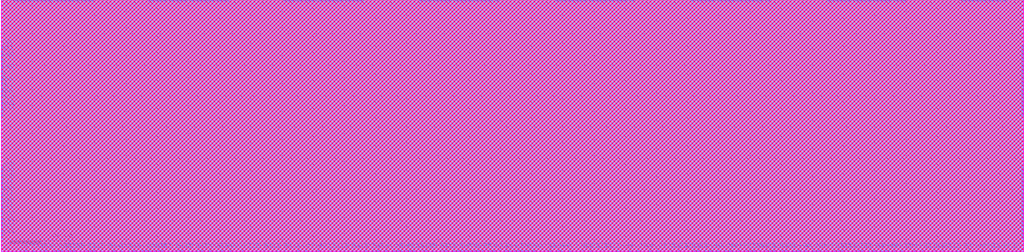
<source format=lef>
# 
#              Synchronous High Speed Single Port SRAM Compiler 
# 
#                    UMC 0.18um GenericII Logic Process
#    __________________________________________________________________________
# 
# 
#      (C) Copyright 2002-2009 Faraday Technology Corp. All Rights Reserved.
#    
#    This source code is an unpublished work belongs to Faraday Technology
#    Corp.  It is considered a trade secret and is not to be divulged or
#    used by parties who have not received written authorization from
#    Faraday Technology Corp.
#    
#    Faraday's home page can be found at:
#    http://www.faraday-tech.com/
#   
#       Module Name      : KERNEL_80X40
#       Words            : 80
#       Bits             : 40
#       Byte-Write       : 1
#       Aspect Ratio     : 1
#       Output Loading   : 0.05  (pf)
#       Data Slew        : 0.02  (ns)
#       CK Slew          : 0.02  (ns)
#       Power Ring Width : 2  (um)
# 
# -----------------------------------------------------------------------------
# 
#       Library          : FSA0M_A
#       Memaker          : 200901.2.1
#       Date             : 2023/10/20 20:17:03
# 
# -----------------------------------------------------------------------------


NAMESCASESENSITIVE ON ;
MACRO KERNEL_80X40
CLASS BLOCK ;
FOREIGN KERNEL_80X40 0.000 0.000 ;
ORIGIN 0.000 0.000 ;
SIZE 655.340 BY 161.840 ;
SYMMETRY x y r90 ;
SITE core ;
PIN GND
  DIRECTION INOUT ;
  USE GROUND ;
  SHAPE ABUTMENT ;
 PORT
  LAYER metal4 ;
  RECT 654.220 129.700 655.340 132.940 ;
  LAYER metal3 ;
  RECT 654.220 129.700 655.340 132.940 ;
  LAYER metal2 ;
  RECT 654.220 129.700 655.340 132.940 ;
  LAYER metal1 ;
  RECT 654.220 129.700 655.340 132.940 ;
 END
 PORT
  LAYER metal4 ;
  RECT 654.220 121.860 655.340 125.100 ;
  LAYER metal3 ;
  RECT 654.220 121.860 655.340 125.100 ;
  LAYER metal2 ;
  RECT 654.220 121.860 655.340 125.100 ;
  LAYER metal1 ;
  RECT 654.220 121.860 655.340 125.100 ;
 END
 PORT
  LAYER metal4 ;
  RECT 654.220 114.020 655.340 117.260 ;
  LAYER metal3 ;
  RECT 654.220 114.020 655.340 117.260 ;
  LAYER metal2 ;
  RECT 654.220 114.020 655.340 117.260 ;
  LAYER metal1 ;
  RECT 654.220 114.020 655.340 117.260 ;
 END
 PORT
  LAYER metal4 ;
  RECT 654.220 106.180 655.340 109.420 ;
  LAYER metal3 ;
  RECT 654.220 106.180 655.340 109.420 ;
  LAYER metal2 ;
  RECT 654.220 106.180 655.340 109.420 ;
  LAYER metal1 ;
  RECT 654.220 106.180 655.340 109.420 ;
 END
 PORT
  LAYER metal4 ;
  RECT 654.220 98.340 655.340 101.580 ;
  LAYER metal3 ;
  RECT 654.220 98.340 655.340 101.580 ;
  LAYER metal2 ;
  RECT 654.220 98.340 655.340 101.580 ;
  LAYER metal1 ;
  RECT 654.220 98.340 655.340 101.580 ;
 END
 PORT
  LAYER metal4 ;
  RECT 654.220 90.500 655.340 93.740 ;
  LAYER metal3 ;
  RECT 654.220 90.500 655.340 93.740 ;
  LAYER metal2 ;
  RECT 654.220 90.500 655.340 93.740 ;
  LAYER metal1 ;
  RECT 654.220 90.500 655.340 93.740 ;
 END
 PORT
  LAYER metal4 ;
  RECT 654.220 51.300 655.340 54.540 ;
  LAYER metal3 ;
  RECT 654.220 51.300 655.340 54.540 ;
  LAYER metal2 ;
  RECT 654.220 51.300 655.340 54.540 ;
  LAYER metal1 ;
  RECT 654.220 51.300 655.340 54.540 ;
 END
 PORT
  LAYER metal4 ;
  RECT 654.220 43.460 655.340 46.700 ;
  LAYER metal3 ;
  RECT 654.220 43.460 655.340 46.700 ;
  LAYER metal2 ;
  RECT 654.220 43.460 655.340 46.700 ;
  LAYER metal1 ;
  RECT 654.220 43.460 655.340 46.700 ;
 END
 PORT
  LAYER metal4 ;
  RECT 654.220 35.620 655.340 38.860 ;
  LAYER metal3 ;
  RECT 654.220 35.620 655.340 38.860 ;
  LAYER metal2 ;
  RECT 654.220 35.620 655.340 38.860 ;
  LAYER metal1 ;
  RECT 654.220 35.620 655.340 38.860 ;
 END
 PORT
  LAYER metal4 ;
  RECT 654.220 27.780 655.340 31.020 ;
  LAYER metal3 ;
  RECT 654.220 27.780 655.340 31.020 ;
  LAYER metal2 ;
  RECT 654.220 27.780 655.340 31.020 ;
  LAYER metal1 ;
  RECT 654.220 27.780 655.340 31.020 ;
 END
 PORT
  LAYER metal4 ;
  RECT 654.220 19.940 655.340 23.180 ;
  LAYER metal3 ;
  RECT 654.220 19.940 655.340 23.180 ;
  LAYER metal2 ;
  RECT 654.220 19.940 655.340 23.180 ;
  LAYER metal1 ;
  RECT 654.220 19.940 655.340 23.180 ;
 END
 PORT
  LAYER metal4 ;
  RECT 654.220 12.100 655.340 15.340 ;
  LAYER metal3 ;
  RECT 654.220 12.100 655.340 15.340 ;
  LAYER metal2 ;
  RECT 654.220 12.100 655.340 15.340 ;
  LAYER metal1 ;
  RECT 654.220 12.100 655.340 15.340 ;
 END
 PORT
  LAYER metal4 ;
  RECT 0.000 129.700 1.120 132.940 ;
  LAYER metal3 ;
  RECT 0.000 129.700 1.120 132.940 ;
  LAYER metal2 ;
  RECT 0.000 129.700 1.120 132.940 ;
  LAYER metal1 ;
  RECT 0.000 129.700 1.120 132.940 ;
 END
 PORT
  LAYER metal4 ;
  RECT 0.000 121.860 1.120 125.100 ;
  LAYER metal3 ;
  RECT 0.000 121.860 1.120 125.100 ;
  LAYER metal2 ;
  RECT 0.000 121.860 1.120 125.100 ;
  LAYER metal1 ;
  RECT 0.000 121.860 1.120 125.100 ;
 END
 PORT
  LAYER metal4 ;
  RECT 0.000 114.020 1.120 117.260 ;
  LAYER metal3 ;
  RECT 0.000 114.020 1.120 117.260 ;
  LAYER metal2 ;
  RECT 0.000 114.020 1.120 117.260 ;
  LAYER metal1 ;
  RECT 0.000 114.020 1.120 117.260 ;
 END
 PORT
  LAYER metal4 ;
  RECT 0.000 106.180 1.120 109.420 ;
  LAYER metal3 ;
  RECT 0.000 106.180 1.120 109.420 ;
  LAYER metal2 ;
  RECT 0.000 106.180 1.120 109.420 ;
  LAYER metal1 ;
  RECT 0.000 106.180 1.120 109.420 ;
 END
 PORT
  LAYER metal4 ;
  RECT 0.000 98.340 1.120 101.580 ;
  LAYER metal3 ;
  RECT 0.000 98.340 1.120 101.580 ;
  LAYER metal2 ;
  RECT 0.000 98.340 1.120 101.580 ;
  LAYER metal1 ;
  RECT 0.000 98.340 1.120 101.580 ;
 END
 PORT
  LAYER metal4 ;
  RECT 0.000 90.500 1.120 93.740 ;
  LAYER metal3 ;
  RECT 0.000 90.500 1.120 93.740 ;
  LAYER metal2 ;
  RECT 0.000 90.500 1.120 93.740 ;
  LAYER metal1 ;
  RECT 0.000 90.500 1.120 93.740 ;
 END
 PORT
  LAYER metal4 ;
  RECT 0.000 51.300 1.120 54.540 ;
  LAYER metal3 ;
  RECT 0.000 51.300 1.120 54.540 ;
  LAYER metal2 ;
  RECT 0.000 51.300 1.120 54.540 ;
  LAYER metal1 ;
  RECT 0.000 51.300 1.120 54.540 ;
 END
 PORT
  LAYER metal4 ;
  RECT 0.000 43.460 1.120 46.700 ;
  LAYER metal3 ;
  RECT 0.000 43.460 1.120 46.700 ;
  LAYER metal2 ;
  RECT 0.000 43.460 1.120 46.700 ;
  LAYER metal1 ;
  RECT 0.000 43.460 1.120 46.700 ;
 END
 PORT
  LAYER metal4 ;
  RECT 0.000 35.620 1.120 38.860 ;
  LAYER metal3 ;
  RECT 0.000 35.620 1.120 38.860 ;
  LAYER metal2 ;
  RECT 0.000 35.620 1.120 38.860 ;
  LAYER metal1 ;
  RECT 0.000 35.620 1.120 38.860 ;
 END
 PORT
  LAYER metal4 ;
  RECT 0.000 27.780 1.120 31.020 ;
  LAYER metal3 ;
  RECT 0.000 27.780 1.120 31.020 ;
  LAYER metal2 ;
  RECT 0.000 27.780 1.120 31.020 ;
  LAYER metal1 ;
  RECT 0.000 27.780 1.120 31.020 ;
 END
 PORT
  LAYER metal4 ;
  RECT 0.000 19.940 1.120 23.180 ;
  LAYER metal3 ;
  RECT 0.000 19.940 1.120 23.180 ;
  LAYER metal2 ;
  RECT 0.000 19.940 1.120 23.180 ;
  LAYER metal1 ;
  RECT 0.000 19.940 1.120 23.180 ;
 END
 PORT
  LAYER metal4 ;
  RECT 0.000 12.100 1.120 15.340 ;
  LAYER metal3 ;
  RECT 0.000 12.100 1.120 15.340 ;
  LAYER metal2 ;
  RECT 0.000 12.100 1.120 15.340 ;
  LAYER metal1 ;
  RECT 0.000 12.100 1.120 15.340 ;
 END
 PORT
  LAYER metal4 ;
  RECT 637.140 160.720 640.680 161.840 ;
  LAYER metal3 ;
  RECT 637.140 160.720 640.680 161.840 ;
  LAYER metal2 ;
  RECT 637.140 160.720 640.680 161.840 ;
  LAYER metal1 ;
  RECT 637.140 160.720 640.680 161.840 ;
 END
 PORT
  LAYER metal4 ;
  RECT 628.460 160.720 632.000 161.840 ;
  LAYER metal3 ;
  RECT 628.460 160.720 632.000 161.840 ;
  LAYER metal2 ;
  RECT 628.460 160.720 632.000 161.840 ;
  LAYER metal1 ;
  RECT 628.460 160.720 632.000 161.840 ;
 END
 PORT
  LAYER metal4 ;
  RECT 619.780 160.720 623.320 161.840 ;
  LAYER metal3 ;
  RECT 619.780 160.720 623.320 161.840 ;
  LAYER metal2 ;
  RECT 619.780 160.720 623.320 161.840 ;
  LAYER metal1 ;
  RECT 619.780 160.720 623.320 161.840 ;
 END
 PORT
  LAYER metal4 ;
  RECT 576.380 160.720 579.920 161.840 ;
  LAYER metal3 ;
  RECT 576.380 160.720 579.920 161.840 ;
  LAYER metal2 ;
  RECT 576.380 160.720 579.920 161.840 ;
  LAYER metal1 ;
  RECT 576.380 160.720 579.920 161.840 ;
 END
 PORT
  LAYER metal4 ;
  RECT 567.700 160.720 571.240 161.840 ;
  LAYER metal3 ;
  RECT 567.700 160.720 571.240 161.840 ;
  LAYER metal2 ;
  RECT 567.700 160.720 571.240 161.840 ;
  LAYER metal1 ;
  RECT 567.700 160.720 571.240 161.840 ;
 END
 PORT
  LAYER metal4 ;
  RECT 559.020 160.720 562.560 161.840 ;
  LAYER metal3 ;
  RECT 559.020 160.720 562.560 161.840 ;
  LAYER metal2 ;
  RECT 559.020 160.720 562.560 161.840 ;
  LAYER metal1 ;
  RECT 559.020 160.720 562.560 161.840 ;
 END
 PORT
  LAYER metal4 ;
  RECT 550.340 160.720 553.880 161.840 ;
  LAYER metal3 ;
  RECT 550.340 160.720 553.880 161.840 ;
  LAYER metal2 ;
  RECT 550.340 160.720 553.880 161.840 ;
  LAYER metal1 ;
  RECT 550.340 160.720 553.880 161.840 ;
 END
 PORT
  LAYER metal4 ;
  RECT 541.660 160.720 545.200 161.840 ;
  LAYER metal3 ;
  RECT 541.660 160.720 545.200 161.840 ;
  LAYER metal2 ;
  RECT 541.660 160.720 545.200 161.840 ;
  LAYER metal1 ;
  RECT 541.660 160.720 545.200 161.840 ;
 END
 PORT
  LAYER metal4 ;
  RECT 532.980 160.720 536.520 161.840 ;
  LAYER metal3 ;
  RECT 532.980 160.720 536.520 161.840 ;
  LAYER metal2 ;
  RECT 532.980 160.720 536.520 161.840 ;
  LAYER metal1 ;
  RECT 532.980 160.720 536.520 161.840 ;
 END
 PORT
  LAYER metal4 ;
  RECT 489.580 160.720 493.120 161.840 ;
  LAYER metal3 ;
  RECT 489.580 160.720 493.120 161.840 ;
  LAYER metal2 ;
  RECT 489.580 160.720 493.120 161.840 ;
  LAYER metal1 ;
  RECT 489.580 160.720 493.120 161.840 ;
 END
 PORT
  LAYER metal4 ;
  RECT 480.900 160.720 484.440 161.840 ;
  LAYER metal3 ;
  RECT 480.900 160.720 484.440 161.840 ;
  LAYER metal2 ;
  RECT 480.900 160.720 484.440 161.840 ;
  LAYER metal1 ;
  RECT 480.900 160.720 484.440 161.840 ;
 END
 PORT
  LAYER metal4 ;
  RECT 472.220 160.720 475.760 161.840 ;
  LAYER metal3 ;
  RECT 472.220 160.720 475.760 161.840 ;
  LAYER metal2 ;
  RECT 472.220 160.720 475.760 161.840 ;
  LAYER metal1 ;
  RECT 472.220 160.720 475.760 161.840 ;
 END
 PORT
  LAYER metal4 ;
  RECT 463.540 160.720 467.080 161.840 ;
  LAYER metal3 ;
  RECT 463.540 160.720 467.080 161.840 ;
  LAYER metal2 ;
  RECT 463.540 160.720 467.080 161.840 ;
  LAYER metal1 ;
  RECT 463.540 160.720 467.080 161.840 ;
 END
 PORT
  LAYER metal4 ;
  RECT 454.860 160.720 458.400 161.840 ;
  LAYER metal3 ;
  RECT 454.860 160.720 458.400 161.840 ;
  LAYER metal2 ;
  RECT 454.860 160.720 458.400 161.840 ;
  LAYER metal1 ;
  RECT 454.860 160.720 458.400 161.840 ;
 END
 PORT
  LAYER metal4 ;
  RECT 446.180 160.720 449.720 161.840 ;
  LAYER metal3 ;
  RECT 446.180 160.720 449.720 161.840 ;
  LAYER metal2 ;
  RECT 446.180 160.720 449.720 161.840 ;
  LAYER metal1 ;
  RECT 446.180 160.720 449.720 161.840 ;
 END
 PORT
  LAYER metal4 ;
  RECT 402.780 160.720 406.320 161.840 ;
  LAYER metal3 ;
  RECT 402.780 160.720 406.320 161.840 ;
  LAYER metal2 ;
  RECT 402.780 160.720 406.320 161.840 ;
  LAYER metal1 ;
  RECT 402.780 160.720 406.320 161.840 ;
 END
 PORT
  LAYER metal4 ;
  RECT 394.100 160.720 397.640 161.840 ;
  LAYER metal3 ;
  RECT 394.100 160.720 397.640 161.840 ;
  LAYER metal2 ;
  RECT 394.100 160.720 397.640 161.840 ;
  LAYER metal1 ;
  RECT 394.100 160.720 397.640 161.840 ;
 END
 PORT
  LAYER metal4 ;
  RECT 385.420 160.720 388.960 161.840 ;
  LAYER metal3 ;
  RECT 385.420 160.720 388.960 161.840 ;
  LAYER metal2 ;
  RECT 385.420 160.720 388.960 161.840 ;
  LAYER metal1 ;
  RECT 385.420 160.720 388.960 161.840 ;
 END
 PORT
  LAYER metal4 ;
  RECT 376.740 160.720 380.280 161.840 ;
  LAYER metal3 ;
  RECT 376.740 160.720 380.280 161.840 ;
  LAYER metal2 ;
  RECT 376.740 160.720 380.280 161.840 ;
  LAYER metal1 ;
  RECT 376.740 160.720 380.280 161.840 ;
 END
 PORT
  LAYER metal4 ;
  RECT 368.060 160.720 371.600 161.840 ;
  LAYER metal3 ;
  RECT 368.060 160.720 371.600 161.840 ;
  LAYER metal2 ;
  RECT 368.060 160.720 371.600 161.840 ;
  LAYER metal1 ;
  RECT 368.060 160.720 371.600 161.840 ;
 END
 PORT
  LAYER metal4 ;
  RECT 359.380 160.720 362.920 161.840 ;
  LAYER metal3 ;
  RECT 359.380 160.720 362.920 161.840 ;
  LAYER metal2 ;
  RECT 359.380 160.720 362.920 161.840 ;
  LAYER metal1 ;
  RECT 359.380 160.720 362.920 161.840 ;
 END
 PORT
  LAYER metal4 ;
  RECT 315.980 160.720 319.520 161.840 ;
  LAYER metal3 ;
  RECT 315.980 160.720 319.520 161.840 ;
  LAYER metal2 ;
  RECT 315.980 160.720 319.520 161.840 ;
  LAYER metal1 ;
  RECT 315.980 160.720 319.520 161.840 ;
 END
 PORT
  LAYER metal4 ;
  RECT 307.300 160.720 310.840 161.840 ;
  LAYER metal3 ;
  RECT 307.300 160.720 310.840 161.840 ;
  LAYER metal2 ;
  RECT 307.300 160.720 310.840 161.840 ;
  LAYER metal1 ;
  RECT 307.300 160.720 310.840 161.840 ;
 END
 PORT
  LAYER metal4 ;
  RECT 298.620 160.720 302.160 161.840 ;
  LAYER metal3 ;
  RECT 298.620 160.720 302.160 161.840 ;
  LAYER metal2 ;
  RECT 298.620 160.720 302.160 161.840 ;
  LAYER metal1 ;
  RECT 298.620 160.720 302.160 161.840 ;
 END
 PORT
  LAYER metal4 ;
  RECT 289.940 160.720 293.480 161.840 ;
  LAYER metal3 ;
  RECT 289.940 160.720 293.480 161.840 ;
  LAYER metal2 ;
  RECT 289.940 160.720 293.480 161.840 ;
  LAYER metal1 ;
  RECT 289.940 160.720 293.480 161.840 ;
 END
 PORT
  LAYER metal4 ;
  RECT 281.260 160.720 284.800 161.840 ;
  LAYER metal3 ;
  RECT 281.260 160.720 284.800 161.840 ;
  LAYER metal2 ;
  RECT 281.260 160.720 284.800 161.840 ;
  LAYER metal1 ;
  RECT 281.260 160.720 284.800 161.840 ;
 END
 PORT
  LAYER metal4 ;
  RECT 272.580 160.720 276.120 161.840 ;
  LAYER metal3 ;
  RECT 272.580 160.720 276.120 161.840 ;
  LAYER metal2 ;
  RECT 272.580 160.720 276.120 161.840 ;
  LAYER metal1 ;
  RECT 272.580 160.720 276.120 161.840 ;
 END
 PORT
  LAYER metal4 ;
  RECT 229.180 160.720 232.720 161.840 ;
  LAYER metal3 ;
  RECT 229.180 160.720 232.720 161.840 ;
  LAYER metal2 ;
  RECT 229.180 160.720 232.720 161.840 ;
  LAYER metal1 ;
  RECT 229.180 160.720 232.720 161.840 ;
 END
 PORT
  LAYER metal4 ;
  RECT 220.500 160.720 224.040 161.840 ;
  LAYER metal3 ;
  RECT 220.500 160.720 224.040 161.840 ;
  LAYER metal2 ;
  RECT 220.500 160.720 224.040 161.840 ;
  LAYER metal1 ;
  RECT 220.500 160.720 224.040 161.840 ;
 END
 PORT
  LAYER metal4 ;
  RECT 211.820 160.720 215.360 161.840 ;
  LAYER metal3 ;
  RECT 211.820 160.720 215.360 161.840 ;
  LAYER metal2 ;
  RECT 211.820 160.720 215.360 161.840 ;
  LAYER metal1 ;
  RECT 211.820 160.720 215.360 161.840 ;
 END
 PORT
  LAYER metal4 ;
  RECT 203.140 160.720 206.680 161.840 ;
  LAYER metal3 ;
  RECT 203.140 160.720 206.680 161.840 ;
  LAYER metal2 ;
  RECT 203.140 160.720 206.680 161.840 ;
  LAYER metal1 ;
  RECT 203.140 160.720 206.680 161.840 ;
 END
 PORT
  LAYER metal4 ;
  RECT 194.460 160.720 198.000 161.840 ;
  LAYER metal3 ;
  RECT 194.460 160.720 198.000 161.840 ;
  LAYER metal2 ;
  RECT 194.460 160.720 198.000 161.840 ;
  LAYER metal1 ;
  RECT 194.460 160.720 198.000 161.840 ;
 END
 PORT
  LAYER metal4 ;
  RECT 185.780 160.720 189.320 161.840 ;
  LAYER metal3 ;
  RECT 185.780 160.720 189.320 161.840 ;
  LAYER metal2 ;
  RECT 185.780 160.720 189.320 161.840 ;
  LAYER metal1 ;
  RECT 185.780 160.720 189.320 161.840 ;
 END
 PORT
  LAYER metal4 ;
  RECT 142.380 160.720 145.920 161.840 ;
  LAYER metal3 ;
  RECT 142.380 160.720 145.920 161.840 ;
  LAYER metal2 ;
  RECT 142.380 160.720 145.920 161.840 ;
  LAYER metal1 ;
  RECT 142.380 160.720 145.920 161.840 ;
 END
 PORT
  LAYER metal4 ;
  RECT 133.700 160.720 137.240 161.840 ;
  LAYER metal3 ;
  RECT 133.700 160.720 137.240 161.840 ;
  LAYER metal2 ;
  RECT 133.700 160.720 137.240 161.840 ;
  LAYER metal1 ;
  RECT 133.700 160.720 137.240 161.840 ;
 END
 PORT
  LAYER metal4 ;
  RECT 125.020 160.720 128.560 161.840 ;
  LAYER metal3 ;
  RECT 125.020 160.720 128.560 161.840 ;
  LAYER metal2 ;
  RECT 125.020 160.720 128.560 161.840 ;
  LAYER metal1 ;
  RECT 125.020 160.720 128.560 161.840 ;
 END
 PORT
  LAYER metal4 ;
  RECT 116.340 160.720 119.880 161.840 ;
  LAYER metal3 ;
  RECT 116.340 160.720 119.880 161.840 ;
  LAYER metal2 ;
  RECT 116.340 160.720 119.880 161.840 ;
  LAYER metal1 ;
  RECT 116.340 160.720 119.880 161.840 ;
 END
 PORT
  LAYER metal4 ;
  RECT 107.660 160.720 111.200 161.840 ;
  LAYER metal3 ;
  RECT 107.660 160.720 111.200 161.840 ;
  LAYER metal2 ;
  RECT 107.660 160.720 111.200 161.840 ;
  LAYER metal1 ;
  RECT 107.660 160.720 111.200 161.840 ;
 END
 PORT
  LAYER metal4 ;
  RECT 98.980 160.720 102.520 161.840 ;
  LAYER metal3 ;
  RECT 98.980 160.720 102.520 161.840 ;
  LAYER metal2 ;
  RECT 98.980 160.720 102.520 161.840 ;
  LAYER metal1 ;
  RECT 98.980 160.720 102.520 161.840 ;
 END
 PORT
  LAYER metal4 ;
  RECT 55.580 160.720 59.120 161.840 ;
  LAYER metal3 ;
  RECT 55.580 160.720 59.120 161.840 ;
  LAYER metal2 ;
  RECT 55.580 160.720 59.120 161.840 ;
  LAYER metal1 ;
  RECT 55.580 160.720 59.120 161.840 ;
 END
 PORT
  LAYER metal4 ;
  RECT 46.900 160.720 50.440 161.840 ;
  LAYER metal3 ;
  RECT 46.900 160.720 50.440 161.840 ;
  LAYER metal2 ;
  RECT 46.900 160.720 50.440 161.840 ;
  LAYER metal1 ;
  RECT 46.900 160.720 50.440 161.840 ;
 END
 PORT
  LAYER metal4 ;
  RECT 38.220 160.720 41.760 161.840 ;
  LAYER metal3 ;
  RECT 38.220 160.720 41.760 161.840 ;
  LAYER metal2 ;
  RECT 38.220 160.720 41.760 161.840 ;
  LAYER metal1 ;
  RECT 38.220 160.720 41.760 161.840 ;
 END
 PORT
  LAYER metal4 ;
  RECT 29.540 160.720 33.080 161.840 ;
  LAYER metal3 ;
  RECT 29.540 160.720 33.080 161.840 ;
  LAYER metal2 ;
  RECT 29.540 160.720 33.080 161.840 ;
  LAYER metal1 ;
  RECT 29.540 160.720 33.080 161.840 ;
 END
 PORT
  LAYER metal4 ;
  RECT 20.860 160.720 24.400 161.840 ;
  LAYER metal3 ;
  RECT 20.860 160.720 24.400 161.840 ;
  LAYER metal2 ;
  RECT 20.860 160.720 24.400 161.840 ;
  LAYER metal1 ;
  RECT 20.860 160.720 24.400 161.840 ;
 END
 PORT
  LAYER metal4 ;
  RECT 12.180 160.720 15.720 161.840 ;
  LAYER metal3 ;
  RECT 12.180 160.720 15.720 161.840 ;
  LAYER metal2 ;
  RECT 12.180 160.720 15.720 161.840 ;
  LAYER metal1 ;
  RECT 12.180 160.720 15.720 161.840 ;
 END
 PORT
  LAYER metal4 ;
  RECT 565.840 0.000 569.380 1.120 ;
  LAYER metal3 ;
  RECT 565.840 0.000 569.380 1.120 ;
  LAYER metal2 ;
  RECT 565.840 0.000 569.380 1.120 ;
  LAYER metal1 ;
  RECT 565.840 0.000 569.380 1.120 ;
 END
 PORT
  LAYER metal4 ;
  RECT 549.100 0.000 552.640 1.120 ;
  LAYER metal3 ;
  RECT 549.100 0.000 552.640 1.120 ;
  LAYER metal2 ;
  RECT 549.100 0.000 552.640 1.120 ;
  LAYER metal1 ;
  RECT 549.100 0.000 552.640 1.120 ;
 END
 PORT
  LAYER metal4 ;
  RECT 522.440 0.000 525.980 1.120 ;
  LAYER metal3 ;
  RECT 522.440 0.000 525.980 1.120 ;
  LAYER metal2 ;
  RECT 522.440 0.000 525.980 1.120 ;
  LAYER metal1 ;
  RECT 522.440 0.000 525.980 1.120 ;
 END
 PORT
  LAYER metal4 ;
  RECT 500.740 0.000 504.280 1.120 ;
  LAYER metal3 ;
  RECT 500.740 0.000 504.280 1.120 ;
  LAYER metal2 ;
  RECT 500.740 0.000 504.280 1.120 ;
  LAYER metal1 ;
  RECT 500.740 0.000 504.280 1.120 ;
 END
 PORT
  LAYER metal4 ;
  RECT 479.660 0.000 483.200 1.120 ;
  LAYER metal3 ;
  RECT 479.660 0.000 483.200 1.120 ;
  LAYER metal2 ;
  RECT 479.660 0.000 483.200 1.120 ;
  LAYER metal1 ;
  RECT 479.660 0.000 483.200 1.120 ;
 END
 PORT
  LAYER metal4 ;
  RECT 453.000 0.000 456.540 1.120 ;
  LAYER metal3 ;
  RECT 453.000 0.000 456.540 1.120 ;
  LAYER metal2 ;
  RECT 453.000 0.000 456.540 1.120 ;
  LAYER metal1 ;
  RECT 453.000 0.000 456.540 1.120 ;
 END
 PORT
  LAYER metal4 ;
  RECT 339.540 0.000 343.080 1.120 ;
  LAYER metal3 ;
  RECT 339.540 0.000 343.080 1.120 ;
  LAYER metal2 ;
  RECT 339.540 0.000 343.080 1.120 ;
  LAYER metal1 ;
  RECT 339.540 0.000 343.080 1.120 ;
 END
 PORT
  LAYER metal4 ;
  RECT 330.860 0.000 334.400 1.120 ;
  LAYER metal3 ;
  RECT 330.860 0.000 334.400 1.120 ;
  LAYER metal2 ;
  RECT 330.860 0.000 334.400 1.120 ;
  LAYER metal1 ;
  RECT 330.860 0.000 334.400 1.120 ;
 END
 PORT
  LAYER metal4 ;
  RECT 302.960 0.000 306.500 1.120 ;
  LAYER metal3 ;
  RECT 302.960 0.000 306.500 1.120 ;
  LAYER metal2 ;
  RECT 302.960 0.000 306.500 1.120 ;
  LAYER metal1 ;
  RECT 302.960 0.000 306.500 1.120 ;
 END
 PORT
  LAYER metal4 ;
  RECT 291.800 0.000 295.340 1.120 ;
  LAYER metal3 ;
  RECT 291.800 0.000 295.340 1.120 ;
  LAYER metal2 ;
  RECT 291.800 0.000 295.340 1.120 ;
  LAYER metal1 ;
  RECT 291.800 0.000 295.340 1.120 ;
 END
 PORT
  LAYER metal4 ;
  RECT 270.100 0.000 273.640 1.120 ;
  LAYER metal3 ;
  RECT 270.100 0.000 273.640 1.120 ;
  LAYER metal2 ;
  RECT 270.100 0.000 273.640 1.120 ;
  LAYER metal1 ;
  RECT 270.100 0.000 273.640 1.120 ;
 END
 PORT
  LAYER metal4 ;
  RECT 253.360 0.000 256.900 1.120 ;
  LAYER metal3 ;
  RECT 253.360 0.000 256.900 1.120 ;
  LAYER metal2 ;
  RECT 253.360 0.000 256.900 1.120 ;
  LAYER metal1 ;
  RECT 253.360 0.000 256.900 1.120 ;
 END
 PORT
  LAYER metal4 ;
  RECT 139.900 0.000 143.440 1.120 ;
  LAYER metal3 ;
  RECT 139.900 0.000 143.440 1.120 ;
  LAYER metal2 ;
  RECT 139.900 0.000 143.440 1.120 ;
  LAYER metal1 ;
  RECT 139.900 0.000 143.440 1.120 ;
 END
 PORT
  LAYER metal4 ;
  RECT 113.860 0.000 117.400 1.120 ;
  LAYER metal3 ;
  RECT 113.860 0.000 117.400 1.120 ;
  LAYER metal2 ;
  RECT 113.860 0.000 117.400 1.120 ;
  LAYER metal1 ;
  RECT 113.860 0.000 117.400 1.120 ;
 END
 PORT
  LAYER metal4 ;
  RECT 92.160 0.000 95.700 1.120 ;
  LAYER metal3 ;
  RECT 92.160 0.000 95.700 1.120 ;
  LAYER metal2 ;
  RECT 92.160 0.000 95.700 1.120 ;
  LAYER metal1 ;
  RECT 92.160 0.000 95.700 1.120 ;
 END
 PORT
  LAYER metal4 ;
  RECT 70.460 0.000 74.000 1.120 ;
  LAYER metal3 ;
  RECT 70.460 0.000 74.000 1.120 ;
  LAYER metal2 ;
  RECT 70.460 0.000 74.000 1.120 ;
  LAYER metal1 ;
  RECT 70.460 0.000 74.000 1.120 ;
 END
 PORT
  LAYER metal4 ;
  RECT 43.800 0.000 47.340 1.120 ;
  LAYER metal3 ;
  RECT 43.800 0.000 47.340 1.120 ;
  LAYER metal2 ;
  RECT 43.800 0.000 47.340 1.120 ;
  LAYER metal1 ;
  RECT 43.800 0.000 47.340 1.120 ;
 END
 PORT
  LAYER metal4 ;
  RECT 27.060 0.000 30.600 1.120 ;
  LAYER metal3 ;
  RECT 27.060 0.000 30.600 1.120 ;
  LAYER metal2 ;
  RECT 27.060 0.000 30.600 1.120 ;
  LAYER metal1 ;
  RECT 27.060 0.000 30.600 1.120 ;
 END
END GND
PIN VCC
  DIRECTION INOUT ;
  USE POWER ;
  SHAPE ABUTMENT ;
 PORT
  LAYER metal4 ;
  RECT 654.220 125.780 655.340 129.020 ;
  LAYER metal3 ;
  RECT 654.220 125.780 655.340 129.020 ;
  LAYER metal2 ;
  RECT 654.220 125.780 655.340 129.020 ;
  LAYER metal1 ;
  RECT 654.220 125.780 655.340 129.020 ;
 END
 PORT
  LAYER metal4 ;
  RECT 654.220 117.940 655.340 121.180 ;
  LAYER metal3 ;
  RECT 654.220 117.940 655.340 121.180 ;
  LAYER metal2 ;
  RECT 654.220 117.940 655.340 121.180 ;
  LAYER metal1 ;
  RECT 654.220 117.940 655.340 121.180 ;
 END
 PORT
  LAYER metal4 ;
  RECT 654.220 110.100 655.340 113.340 ;
  LAYER metal3 ;
  RECT 654.220 110.100 655.340 113.340 ;
  LAYER metal2 ;
  RECT 654.220 110.100 655.340 113.340 ;
  LAYER metal1 ;
  RECT 654.220 110.100 655.340 113.340 ;
 END
 PORT
  LAYER metal4 ;
  RECT 654.220 102.260 655.340 105.500 ;
  LAYER metal3 ;
  RECT 654.220 102.260 655.340 105.500 ;
  LAYER metal2 ;
  RECT 654.220 102.260 655.340 105.500 ;
  LAYER metal1 ;
  RECT 654.220 102.260 655.340 105.500 ;
 END
 PORT
  LAYER metal4 ;
  RECT 654.220 94.420 655.340 97.660 ;
  LAYER metal3 ;
  RECT 654.220 94.420 655.340 97.660 ;
  LAYER metal2 ;
  RECT 654.220 94.420 655.340 97.660 ;
  LAYER metal1 ;
  RECT 654.220 94.420 655.340 97.660 ;
 END
 PORT
  LAYER metal4 ;
  RECT 654.220 86.580 655.340 89.820 ;
  LAYER metal3 ;
  RECT 654.220 86.580 655.340 89.820 ;
  LAYER metal2 ;
  RECT 654.220 86.580 655.340 89.820 ;
  LAYER metal1 ;
  RECT 654.220 86.580 655.340 89.820 ;
 END
 PORT
  LAYER metal4 ;
  RECT 654.220 47.380 655.340 50.620 ;
  LAYER metal3 ;
  RECT 654.220 47.380 655.340 50.620 ;
  LAYER metal2 ;
  RECT 654.220 47.380 655.340 50.620 ;
  LAYER metal1 ;
  RECT 654.220 47.380 655.340 50.620 ;
 END
 PORT
  LAYER metal4 ;
  RECT 654.220 39.540 655.340 42.780 ;
  LAYER metal3 ;
  RECT 654.220 39.540 655.340 42.780 ;
  LAYER metal2 ;
  RECT 654.220 39.540 655.340 42.780 ;
  LAYER metal1 ;
  RECT 654.220 39.540 655.340 42.780 ;
 END
 PORT
  LAYER metal4 ;
  RECT 654.220 31.700 655.340 34.940 ;
  LAYER metal3 ;
  RECT 654.220 31.700 655.340 34.940 ;
  LAYER metal2 ;
  RECT 654.220 31.700 655.340 34.940 ;
  LAYER metal1 ;
  RECT 654.220 31.700 655.340 34.940 ;
 END
 PORT
  LAYER metal4 ;
  RECT 654.220 23.860 655.340 27.100 ;
  LAYER metal3 ;
  RECT 654.220 23.860 655.340 27.100 ;
  LAYER metal2 ;
  RECT 654.220 23.860 655.340 27.100 ;
  LAYER metal1 ;
  RECT 654.220 23.860 655.340 27.100 ;
 END
 PORT
  LAYER metal4 ;
  RECT 654.220 16.020 655.340 19.260 ;
  LAYER metal3 ;
  RECT 654.220 16.020 655.340 19.260 ;
  LAYER metal2 ;
  RECT 654.220 16.020 655.340 19.260 ;
  LAYER metal1 ;
  RECT 654.220 16.020 655.340 19.260 ;
 END
 PORT
  LAYER metal4 ;
  RECT 654.220 8.180 655.340 11.420 ;
  LAYER metal3 ;
  RECT 654.220 8.180 655.340 11.420 ;
  LAYER metal2 ;
  RECT 654.220 8.180 655.340 11.420 ;
  LAYER metal1 ;
  RECT 654.220 8.180 655.340 11.420 ;
 END
 PORT
  LAYER metal4 ;
  RECT 0.000 125.780 1.120 129.020 ;
  LAYER metal3 ;
  RECT 0.000 125.780 1.120 129.020 ;
  LAYER metal2 ;
  RECT 0.000 125.780 1.120 129.020 ;
  LAYER metal1 ;
  RECT 0.000 125.780 1.120 129.020 ;
 END
 PORT
  LAYER metal4 ;
  RECT 0.000 117.940 1.120 121.180 ;
  LAYER metal3 ;
  RECT 0.000 117.940 1.120 121.180 ;
  LAYER metal2 ;
  RECT 0.000 117.940 1.120 121.180 ;
  LAYER metal1 ;
  RECT 0.000 117.940 1.120 121.180 ;
 END
 PORT
  LAYER metal4 ;
  RECT 0.000 110.100 1.120 113.340 ;
  LAYER metal3 ;
  RECT 0.000 110.100 1.120 113.340 ;
  LAYER metal2 ;
  RECT 0.000 110.100 1.120 113.340 ;
  LAYER metal1 ;
  RECT 0.000 110.100 1.120 113.340 ;
 END
 PORT
  LAYER metal4 ;
  RECT 0.000 102.260 1.120 105.500 ;
  LAYER metal3 ;
  RECT 0.000 102.260 1.120 105.500 ;
  LAYER metal2 ;
  RECT 0.000 102.260 1.120 105.500 ;
  LAYER metal1 ;
  RECT 0.000 102.260 1.120 105.500 ;
 END
 PORT
  LAYER metal4 ;
  RECT 0.000 94.420 1.120 97.660 ;
  LAYER metal3 ;
  RECT 0.000 94.420 1.120 97.660 ;
  LAYER metal2 ;
  RECT 0.000 94.420 1.120 97.660 ;
  LAYER metal1 ;
  RECT 0.000 94.420 1.120 97.660 ;
 END
 PORT
  LAYER metal4 ;
  RECT 0.000 86.580 1.120 89.820 ;
  LAYER metal3 ;
  RECT 0.000 86.580 1.120 89.820 ;
  LAYER metal2 ;
  RECT 0.000 86.580 1.120 89.820 ;
  LAYER metal1 ;
  RECT 0.000 86.580 1.120 89.820 ;
 END
 PORT
  LAYER metal4 ;
  RECT 0.000 47.380 1.120 50.620 ;
  LAYER metal3 ;
  RECT 0.000 47.380 1.120 50.620 ;
  LAYER metal2 ;
  RECT 0.000 47.380 1.120 50.620 ;
  LAYER metal1 ;
  RECT 0.000 47.380 1.120 50.620 ;
 END
 PORT
  LAYER metal4 ;
  RECT 0.000 39.540 1.120 42.780 ;
  LAYER metal3 ;
  RECT 0.000 39.540 1.120 42.780 ;
  LAYER metal2 ;
  RECT 0.000 39.540 1.120 42.780 ;
  LAYER metal1 ;
  RECT 0.000 39.540 1.120 42.780 ;
 END
 PORT
  LAYER metal4 ;
  RECT 0.000 31.700 1.120 34.940 ;
  LAYER metal3 ;
  RECT 0.000 31.700 1.120 34.940 ;
  LAYER metal2 ;
  RECT 0.000 31.700 1.120 34.940 ;
  LAYER metal1 ;
  RECT 0.000 31.700 1.120 34.940 ;
 END
 PORT
  LAYER metal4 ;
  RECT 0.000 23.860 1.120 27.100 ;
  LAYER metal3 ;
  RECT 0.000 23.860 1.120 27.100 ;
  LAYER metal2 ;
  RECT 0.000 23.860 1.120 27.100 ;
  LAYER metal1 ;
  RECT 0.000 23.860 1.120 27.100 ;
 END
 PORT
  LAYER metal4 ;
  RECT 0.000 16.020 1.120 19.260 ;
  LAYER metal3 ;
  RECT 0.000 16.020 1.120 19.260 ;
  LAYER metal2 ;
  RECT 0.000 16.020 1.120 19.260 ;
  LAYER metal1 ;
  RECT 0.000 16.020 1.120 19.260 ;
 END
 PORT
  LAYER metal4 ;
  RECT 0.000 8.180 1.120 11.420 ;
  LAYER metal3 ;
  RECT 0.000 8.180 1.120 11.420 ;
  LAYER metal2 ;
  RECT 0.000 8.180 1.120 11.420 ;
  LAYER metal1 ;
  RECT 0.000 8.180 1.120 11.420 ;
 END
 PORT
  LAYER metal4 ;
  RECT 641.480 160.720 645.020 161.840 ;
  LAYER metal3 ;
  RECT 641.480 160.720 645.020 161.840 ;
  LAYER metal2 ;
  RECT 641.480 160.720 645.020 161.840 ;
  LAYER metal1 ;
  RECT 641.480 160.720 645.020 161.840 ;
 END
 PORT
  LAYER metal4 ;
  RECT 632.800 160.720 636.340 161.840 ;
  LAYER metal3 ;
  RECT 632.800 160.720 636.340 161.840 ;
  LAYER metal2 ;
  RECT 632.800 160.720 636.340 161.840 ;
  LAYER metal1 ;
  RECT 632.800 160.720 636.340 161.840 ;
 END
 PORT
  LAYER metal4 ;
  RECT 624.120 160.720 627.660 161.840 ;
  LAYER metal3 ;
  RECT 624.120 160.720 627.660 161.840 ;
  LAYER metal2 ;
  RECT 624.120 160.720 627.660 161.840 ;
  LAYER metal1 ;
  RECT 624.120 160.720 627.660 161.840 ;
 END
 PORT
  LAYER metal4 ;
  RECT 615.440 160.720 618.980 161.840 ;
  LAYER metal3 ;
  RECT 615.440 160.720 618.980 161.840 ;
  LAYER metal2 ;
  RECT 615.440 160.720 618.980 161.840 ;
  LAYER metal1 ;
  RECT 615.440 160.720 618.980 161.840 ;
 END
 PORT
  LAYER metal4 ;
  RECT 572.040 160.720 575.580 161.840 ;
  LAYER metal3 ;
  RECT 572.040 160.720 575.580 161.840 ;
  LAYER metal2 ;
  RECT 572.040 160.720 575.580 161.840 ;
  LAYER metal1 ;
  RECT 572.040 160.720 575.580 161.840 ;
 END
 PORT
  LAYER metal4 ;
  RECT 563.360 160.720 566.900 161.840 ;
  LAYER metal3 ;
  RECT 563.360 160.720 566.900 161.840 ;
  LAYER metal2 ;
  RECT 563.360 160.720 566.900 161.840 ;
  LAYER metal1 ;
  RECT 563.360 160.720 566.900 161.840 ;
 END
 PORT
  LAYER metal4 ;
  RECT 554.680 160.720 558.220 161.840 ;
  LAYER metal3 ;
  RECT 554.680 160.720 558.220 161.840 ;
  LAYER metal2 ;
  RECT 554.680 160.720 558.220 161.840 ;
  LAYER metal1 ;
  RECT 554.680 160.720 558.220 161.840 ;
 END
 PORT
  LAYER metal4 ;
  RECT 546.000 160.720 549.540 161.840 ;
  LAYER metal3 ;
  RECT 546.000 160.720 549.540 161.840 ;
  LAYER metal2 ;
  RECT 546.000 160.720 549.540 161.840 ;
  LAYER metal1 ;
  RECT 546.000 160.720 549.540 161.840 ;
 END
 PORT
  LAYER metal4 ;
  RECT 537.320 160.720 540.860 161.840 ;
  LAYER metal3 ;
  RECT 537.320 160.720 540.860 161.840 ;
  LAYER metal2 ;
  RECT 537.320 160.720 540.860 161.840 ;
  LAYER metal1 ;
  RECT 537.320 160.720 540.860 161.840 ;
 END
 PORT
  LAYER metal4 ;
  RECT 528.640 160.720 532.180 161.840 ;
  LAYER metal3 ;
  RECT 528.640 160.720 532.180 161.840 ;
  LAYER metal2 ;
  RECT 528.640 160.720 532.180 161.840 ;
  LAYER metal1 ;
  RECT 528.640 160.720 532.180 161.840 ;
 END
 PORT
  LAYER metal4 ;
  RECT 485.240 160.720 488.780 161.840 ;
  LAYER metal3 ;
  RECT 485.240 160.720 488.780 161.840 ;
  LAYER metal2 ;
  RECT 485.240 160.720 488.780 161.840 ;
  LAYER metal1 ;
  RECT 485.240 160.720 488.780 161.840 ;
 END
 PORT
  LAYER metal4 ;
  RECT 476.560 160.720 480.100 161.840 ;
  LAYER metal3 ;
  RECT 476.560 160.720 480.100 161.840 ;
  LAYER metal2 ;
  RECT 476.560 160.720 480.100 161.840 ;
  LAYER metal1 ;
  RECT 476.560 160.720 480.100 161.840 ;
 END
 PORT
  LAYER metal4 ;
  RECT 467.880 160.720 471.420 161.840 ;
  LAYER metal3 ;
  RECT 467.880 160.720 471.420 161.840 ;
  LAYER metal2 ;
  RECT 467.880 160.720 471.420 161.840 ;
  LAYER metal1 ;
  RECT 467.880 160.720 471.420 161.840 ;
 END
 PORT
  LAYER metal4 ;
  RECT 459.200 160.720 462.740 161.840 ;
  LAYER metal3 ;
  RECT 459.200 160.720 462.740 161.840 ;
  LAYER metal2 ;
  RECT 459.200 160.720 462.740 161.840 ;
  LAYER metal1 ;
  RECT 459.200 160.720 462.740 161.840 ;
 END
 PORT
  LAYER metal4 ;
  RECT 450.520 160.720 454.060 161.840 ;
  LAYER metal3 ;
  RECT 450.520 160.720 454.060 161.840 ;
  LAYER metal2 ;
  RECT 450.520 160.720 454.060 161.840 ;
  LAYER metal1 ;
  RECT 450.520 160.720 454.060 161.840 ;
 END
 PORT
  LAYER metal4 ;
  RECT 441.840 160.720 445.380 161.840 ;
  LAYER metal3 ;
  RECT 441.840 160.720 445.380 161.840 ;
  LAYER metal2 ;
  RECT 441.840 160.720 445.380 161.840 ;
  LAYER metal1 ;
  RECT 441.840 160.720 445.380 161.840 ;
 END
 PORT
  LAYER metal4 ;
  RECT 398.440 160.720 401.980 161.840 ;
  LAYER metal3 ;
  RECT 398.440 160.720 401.980 161.840 ;
  LAYER metal2 ;
  RECT 398.440 160.720 401.980 161.840 ;
  LAYER metal1 ;
  RECT 398.440 160.720 401.980 161.840 ;
 END
 PORT
  LAYER metal4 ;
  RECT 389.760 160.720 393.300 161.840 ;
  LAYER metal3 ;
  RECT 389.760 160.720 393.300 161.840 ;
  LAYER metal2 ;
  RECT 389.760 160.720 393.300 161.840 ;
  LAYER metal1 ;
  RECT 389.760 160.720 393.300 161.840 ;
 END
 PORT
  LAYER metal4 ;
  RECT 381.080 160.720 384.620 161.840 ;
  LAYER metal3 ;
  RECT 381.080 160.720 384.620 161.840 ;
  LAYER metal2 ;
  RECT 381.080 160.720 384.620 161.840 ;
  LAYER metal1 ;
  RECT 381.080 160.720 384.620 161.840 ;
 END
 PORT
  LAYER metal4 ;
  RECT 372.400 160.720 375.940 161.840 ;
  LAYER metal3 ;
  RECT 372.400 160.720 375.940 161.840 ;
  LAYER metal2 ;
  RECT 372.400 160.720 375.940 161.840 ;
  LAYER metal1 ;
  RECT 372.400 160.720 375.940 161.840 ;
 END
 PORT
  LAYER metal4 ;
  RECT 363.720 160.720 367.260 161.840 ;
  LAYER metal3 ;
  RECT 363.720 160.720 367.260 161.840 ;
  LAYER metal2 ;
  RECT 363.720 160.720 367.260 161.840 ;
  LAYER metal1 ;
  RECT 363.720 160.720 367.260 161.840 ;
 END
 PORT
  LAYER metal4 ;
  RECT 355.040 160.720 358.580 161.840 ;
  LAYER metal3 ;
  RECT 355.040 160.720 358.580 161.840 ;
  LAYER metal2 ;
  RECT 355.040 160.720 358.580 161.840 ;
  LAYER metal1 ;
  RECT 355.040 160.720 358.580 161.840 ;
 END
 PORT
  LAYER metal4 ;
  RECT 311.640 160.720 315.180 161.840 ;
  LAYER metal3 ;
  RECT 311.640 160.720 315.180 161.840 ;
  LAYER metal2 ;
  RECT 311.640 160.720 315.180 161.840 ;
  LAYER metal1 ;
  RECT 311.640 160.720 315.180 161.840 ;
 END
 PORT
  LAYER metal4 ;
  RECT 302.960 160.720 306.500 161.840 ;
  LAYER metal3 ;
  RECT 302.960 160.720 306.500 161.840 ;
  LAYER metal2 ;
  RECT 302.960 160.720 306.500 161.840 ;
  LAYER metal1 ;
  RECT 302.960 160.720 306.500 161.840 ;
 END
 PORT
  LAYER metal4 ;
  RECT 294.280 160.720 297.820 161.840 ;
  LAYER metal3 ;
  RECT 294.280 160.720 297.820 161.840 ;
  LAYER metal2 ;
  RECT 294.280 160.720 297.820 161.840 ;
  LAYER metal1 ;
  RECT 294.280 160.720 297.820 161.840 ;
 END
 PORT
  LAYER metal4 ;
  RECT 285.600 160.720 289.140 161.840 ;
  LAYER metal3 ;
  RECT 285.600 160.720 289.140 161.840 ;
  LAYER metal2 ;
  RECT 285.600 160.720 289.140 161.840 ;
  LAYER metal1 ;
  RECT 285.600 160.720 289.140 161.840 ;
 END
 PORT
  LAYER metal4 ;
  RECT 276.920 160.720 280.460 161.840 ;
  LAYER metal3 ;
  RECT 276.920 160.720 280.460 161.840 ;
  LAYER metal2 ;
  RECT 276.920 160.720 280.460 161.840 ;
  LAYER metal1 ;
  RECT 276.920 160.720 280.460 161.840 ;
 END
 PORT
  LAYER metal4 ;
  RECT 268.240 160.720 271.780 161.840 ;
  LAYER metal3 ;
  RECT 268.240 160.720 271.780 161.840 ;
  LAYER metal2 ;
  RECT 268.240 160.720 271.780 161.840 ;
  LAYER metal1 ;
  RECT 268.240 160.720 271.780 161.840 ;
 END
 PORT
  LAYER metal4 ;
  RECT 224.840 160.720 228.380 161.840 ;
  LAYER metal3 ;
  RECT 224.840 160.720 228.380 161.840 ;
  LAYER metal2 ;
  RECT 224.840 160.720 228.380 161.840 ;
  LAYER metal1 ;
  RECT 224.840 160.720 228.380 161.840 ;
 END
 PORT
  LAYER metal4 ;
  RECT 216.160 160.720 219.700 161.840 ;
  LAYER metal3 ;
  RECT 216.160 160.720 219.700 161.840 ;
  LAYER metal2 ;
  RECT 216.160 160.720 219.700 161.840 ;
  LAYER metal1 ;
  RECT 216.160 160.720 219.700 161.840 ;
 END
 PORT
  LAYER metal4 ;
  RECT 207.480 160.720 211.020 161.840 ;
  LAYER metal3 ;
  RECT 207.480 160.720 211.020 161.840 ;
  LAYER metal2 ;
  RECT 207.480 160.720 211.020 161.840 ;
  LAYER metal1 ;
  RECT 207.480 160.720 211.020 161.840 ;
 END
 PORT
  LAYER metal4 ;
  RECT 198.800 160.720 202.340 161.840 ;
  LAYER metal3 ;
  RECT 198.800 160.720 202.340 161.840 ;
  LAYER metal2 ;
  RECT 198.800 160.720 202.340 161.840 ;
  LAYER metal1 ;
  RECT 198.800 160.720 202.340 161.840 ;
 END
 PORT
  LAYER metal4 ;
  RECT 190.120 160.720 193.660 161.840 ;
  LAYER metal3 ;
  RECT 190.120 160.720 193.660 161.840 ;
  LAYER metal2 ;
  RECT 190.120 160.720 193.660 161.840 ;
  LAYER metal1 ;
  RECT 190.120 160.720 193.660 161.840 ;
 END
 PORT
  LAYER metal4 ;
  RECT 181.440 160.720 184.980 161.840 ;
  LAYER metal3 ;
  RECT 181.440 160.720 184.980 161.840 ;
  LAYER metal2 ;
  RECT 181.440 160.720 184.980 161.840 ;
  LAYER metal1 ;
  RECT 181.440 160.720 184.980 161.840 ;
 END
 PORT
  LAYER metal4 ;
  RECT 138.040 160.720 141.580 161.840 ;
  LAYER metal3 ;
  RECT 138.040 160.720 141.580 161.840 ;
  LAYER metal2 ;
  RECT 138.040 160.720 141.580 161.840 ;
  LAYER metal1 ;
  RECT 138.040 160.720 141.580 161.840 ;
 END
 PORT
  LAYER metal4 ;
  RECT 129.360 160.720 132.900 161.840 ;
  LAYER metal3 ;
  RECT 129.360 160.720 132.900 161.840 ;
  LAYER metal2 ;
  RECT 129.360 160.720 132.900 161.840 ;
  LAYER metal1 ;
  RECT 129.360 160.720 132.900 161.840 ;
 END
 PORT
  LAYER metal4 ;
  RECT 120.680 160.720 124.220 161.840 ;
  LAYER metal3 ;
  RECT 120.680 160.720 124.220 161.840 ;
  LAYER metal2 ;
  RECT 120.680 160.720 124.220 161.840 ;
  LAYER metal1 ;
  RECT 120.680 160.720 124.220 161.840 ;
 END
 PORT
  LAYER metal4 ;
  RECT 112.000 160.720 115.540 161.840 ;
  LAYER metal3 ;
  RECT 112.000 160.720 115.540 161.840 ;
  LAYER metal2 ;
  RECT 112.000 160.720 115.540 161.840 ;
  LAYER metal1 ;
  RECT 112.000 160.720 115.540 161.840 ;
 END
 PORT
  LAYER metal4 ;
  RECT 103.320 160.720 106.860 161.840 ;
  LAYER metal3 ;
  RECT 103.320 160.720 106.860 161.840 ;
  LAYER metal2 ;
  RECT 103.320 160.720 106.860 161.840 ;
  LAYER metal1 ;
  RECT 103.320 160.720 106.860 161.840 ;
 END
 PORT
  LAYER metal4 ;
  RECT 94.640 160.720 98.180 161.840 ;
  LAYER metal3 ;
  RECT 94.640 160.720 98.180 161.840 ;
  LAYER metal2 ;
  RECT 94.640 160.720 98.180 161.840 ;
  LAYER metal1 ;
  RECT 94.640 160.720 98.180 161.840 ;
 END
 PORT
  LAYER metal4 ;
  RECT 51.240 160.720 54.780 161.840 ;
  LAYER metal3 ;
  RECT 51.240 160.720 54.780 161.840 ;
  LAYER metal2 ;
  RECT 51.240 160.720 54.780 161.840 ;
  LAYER metal1 ;
  RECT 51.240 160.720 54.780 161.840 ;
 END
 PORT
  LAYER metal4 ;
  RECT 42.560 160.720 46.100 161.840 ;
  LAYER metal3 ;
  RECT 42.560 160.720 46.100 161.840 ;
  LAYER metal2 ;
  RECT 42.560 160.720 46.100 161.840 ;
  LAYER metal1 ;
  RECT 42.560 160.720 46.100 161.840 ;
 END
 PORT
  LAYER metal4 ;
  RECT 33.880 160.720 37.420 161.840 ;
  LAYER metal3 ;
  RECT 33.880 160.720 37.420 161.840 ;
  LAYER metal2 ;
  RECT 33.880 160.720 37.420 161.840 ;
  LAYER metal1 ;
  RECT 33.880 160.720 37.420 161.840 ;
 END
 PORT
  LAYER metal4 ;
  RECT 25.200 160.720 28.740 161.840 ;
  LAYER metal3 ;
  RECT 25.200 160.720 28.740 161.840 ;
  LAYER metal2 ;
  RECT 25.200 160.720 28.740 161.840 ;
  LAYER metal1 ;
  RECT 25.200 160.720 28.740 161.840 ;
 END
 PORT
  LAYER metal4 ;
  RECT 16.520 160.720 20.060 161.840 ;
  LAYER metal3 ;
  RECT 16.520 160.720 20.060 161.840 ;
  LAYER metal2 ;
  RECT 16.520 160.720 20.060 161.840 ;
  LAYER metal1 ;
  RECT 16.520 160.720 20.060 161.840 ;
 END
 PORT
  LAYER metal4 ;
  RECT 7.840 160.720 11.380 161.840 ;
  LAYER metal3 ;
  RECT 7.840 160.720 11.380 161.840 ;
  LAYER metal2 ;
  RECT 7.840 160.720 11.380 161.840 ;
  LAYER metal1 ;
  RECT 7.840 160.720 11.380 161.840 ;
 END
 PORT
  LAYER metal4 ;
  RECT 557.780 0.000 561.320 1.120 ;
  LAYER metal3 ;
  RECT 557.780 0.000 561.320 1.120 ;
  LAYER metal2 ;
  RECT 557.780 0.000 561.320 1.120 ;
  LAYER metal1 ;
  RECT 557.780 0.000 561.320 1.120 ;
 END
 PORT
  LAYER metal4 ;
  RECT 536.080 0.000 539.620 1.120 ;
  LAYER metal3 ;
  RECT 536.080 0.000 539.620 1.120 ;
  LAYER metal2 ;
  RECT 536.080 0.000 539.620 1.120 ;
  LAYER metal1 ;
  RECT 536.080 0.000 539.620 1.120 ;
 END
 PORT
  LAYER metal4 ;
  RECT 509.420 0.000 512.960 1.120 ;
  LAYER metal3 ;
  RECT 509.420 0.000 512.960 1.120 ;
  LAYER metal2 ;
  RECT 509.420 0.000 512.960 1.120 ;
  LAYER metal1 ;
  RECT 509.420 0.000 512.960 1.120 ;
 END
 PORT
  LAYER metal4 ;
  RECT 492.680 0.000 496.220 1.120 ;
  LAYER metal3 ;
  RECT 492.680 0.000 496.220 1.120 ;
  LAYER metal2 ;
  RECT 492.680 0.000 496.220 1.120 ;
  LAYER metal1 ;
  RECT 492.680 0.000 496.220 1.120 ;
 END
 PORT
  LAYER metal4 ;
  RECT 466.020 0.000 469.560 1.120 ;
  LAYER metal3 ;
  RECT 466.020 0.000 469.560 1.120 ;
  LAYER metal2 ;
  RECT 466.020 0.000 469.560 1.120 ;
  LAYER metal1 ;
  RECT 466.020 0.000 469.560 1.120 ;
 END
 PORT
  LAYER metal4 ;
  RECT 444.320 0.000 447.860 1.120 ;
  LAYER metal3 ;
  RECT 444.320 0.000 447.860 1.120 ;
  LAYER metal2 ;
  RECT 444.320 0.000 447.860 1.120 ;
  LAYER metal1 ;
  RECT 444.320 0.000 447.860 1.120 ;
 END
 PORT
  LAYER metal4 ;
  RECT 335.200 0.000 338.740 1.120 ;
  LAYER metal3 ;
  RECT 335.200 0.000 338.740 1.120 ;
  LAYER metal2 ;
  RECT 335.200 0.000 338.740 1.120 ;
  LAYER metal1 ;
  RECT 335.200 0.000 338.740 1.120 ;
 END
 PORT
  LAYER metal4 ;
  RECT 313.500 0.000 317.040 1.120 ;
  LAYER metal3 ;
  RECT 313.500 0.000 317.040 1.120 ;
  LAYER metal2 ;
  RECT 313.500 0.000 317.040 1.120 ;
  LAYER metal1 ;
  RECT 313.500 0.000 317.040 1.120 ;
 END
 PORT
  LAYER metal4 ;
  RECT 296.140 0.000 299.680 1.120 ;
  LAYER metal3 ;
  RECT 296.140 0.000 299.680 1.120 ;
  LAYER metal2 ;
  RECT 296.140 0.000 299.680 1.120 ;
  LAYER metal1 ;
  RECT 296.140 0.000 299.680 1.120 ;
 END
 PORT
  LAYER metal4 ;
  RECT 283.120 0.000 286.660 1.120 ;
  LAYER metal3 ;
  RECT 283.120 0.000 286.660 1.120 ;
  LAYER metal2 ;
  RECT 283.120 0.000 286.660 1.120 ;
  LAYER metal1 ;
  RECT 283.120 0.000 286.660 1.120 ;
 END
 PORT
  LAYER metal4 ;
  RECT 261.420 0.000 264.960 1.120 ;
  LAYER metal3 ;
  RECT 261.420 0.000 264.960 1.120 ;
  LAYER metal2 ;
  RECT 261.420 0.000 264.960 1.120 ;
  LAYER metal1 ;
  RECT 261.420 0.000 264.960 1.120 ;
 END
 PORT
  LAYER metal4 ;
  RECT 239.720 0.000 243.260 1.120 ;
  LAYER metal3 ;
  RECT 239.720 0.000 243.260 1.120 ;
  LAYER metal2 ;
  RECT 239.720 0.000 243.260 1.120 ;
  LAYER metal1 ;
  RECT 239.720 0.000 243.260 1.120 ;
 END
 PORT
  LAYER metal4 ;
  RECT 126.880 0.000 130.420 1.120 ;
  LAYER metal3 ;
  RECT 126.880 0.000 130.420 1.120 ;
  LAYER metal2 ;
  RECT 126.880 0.000 130.420 1.120 ;
  LAYER metal1 ;
  RECT 126.880 0.000 130.420 1.120 ;
 END
 PORT
  LAYER metal4 ;
  RECT 100.220 0.000 103.760 1.120 ;
  LAYER metal3 ;
  RECT 100.220 0.000 103.760 1.120 ;
  LAYER metal2 ;
  RECT 100.220 0.000 103.760 1.120 ;
  LAYER metal1 ;
  RECT 100.220 0.000 103.760 1.120 ;
 END
 PORT
  LAYER metal4 ;
  RECT 83.480 0.000 87.020 1.120 ;
  LAYER metal3 ;
  RECT 83.480 0.000 87.020 1.120 ;
  LAYER metal2 ;
  RECT 83.480 0.000 87.020 1.120 ;
  LAYER metal1 ;
  RECT 83.480 0.000 87.020 1.120 ;
 END
 PORT
  LAYER metal4 ;
  RECT 56.820 0.000 60.360 1.120 ;
  LAYER metal3 ;
  RECT 56.820 0.000 60.360 1.120 ;
  LAYER metal2 ;
  RECT 56.820 0.000 60.360 1.120 ;
  LAYER metal1 ;
  RECT 56.820 0.000 60.360 1.120 ;
 END
 PORT
  LAYER metal4 ;
  RECT 35.740 0.000 39.280 1.120 ;
  LAYER metal3 ;
  RECT 35.740 0.000 39.280 1.120 ;
  LAYER metal2 ;
  RECT 35.740 0.000 39.280 1.120 ;
  LAYER metal1 ;
  RECT 35.740 0.000 39.280 1.120 ;
 END
 PORT
  LAYER metal4 ;
  RECT 14.040 0.000 17.580 1.120 ;
  LAYER metal3 ;
  RECT 14.040 0.000 17.580 1.120 ;
  LAYER metal2 ;
  RECT 14.040 0.000 17.580 1.120 ;
  LAYER metal1 ;
  RECT 14.040 0.000 17.580 1.120 ;
 END
END VCC
PIN DO39
  DIRECTION OUTPUT ;
  CAPACITANCE 0.031 ;
 PORT
  LAYER metal4 ;
  RECT 641.760 0.000 642.880 1.120 ;
  LAYER metal3 ;
  RECT 641.760 0.000 642.880 1.120 ;
  LAYER metal2 ;
  RECT 641.760 0.000 642.880 1.120 ;
  LAYER metal1 ;
  RECT 641.760 0.000 642.880 1.120 ;
 END
END DO39
PIN DI39
  DIRECTION INPUT ;
  CAPACITANCE 0.012 ;
 PORT
  LAYER metal4 ;
  RECT 633.700 0.000 634.820 1.120 ;
  LAYER metal3 ;
  RECT 633.700 0.000 634.820 1.120 ;
  LAYER metal2 ;
  RECT 633.700 0.000 634.820 1.120 ;
  LAYER metal1 ;
  RECT 633.700 0.000 634.820 1.120 ;
 END
END DI39
PIN DO38
  DIRECTION OUTPUT ;
  CAPACITANCE 0.031 ;
 PORT
  LAYER metal4 ;
  RECT 628.740 0.000 629.860 1.120 ;
  LAYER metal3 ;
  RECT 628.740 0.000 629.860 1.120 ;
  LAYER metal2 ;
  RECT 628.740 0.000 629.860 1.120 ;
  LAYER metal1 ;
  RECT 628.740 0.000 629.860 1.120 ;
 END
END DO38
PIN DI38
  DIRECTION INPUT ;
  CAPACITANCE 0.012 ;
 PORT
  LAYER metal4 ;
  RECT 620.060 0.000 621.180 1.120 ;
  LAYER metal3 ;
  RECT 620.060 0.000 621.180 1.120 ;
  LAYER metal2 ;
  RECT 620.060 0.000 621.180 1.120 ;
  LAYER metal1 ;
  RECT 620.060 0.000 621.180 1.120 ;
 END
END DI38
PIN DO37
  DIRECTION OUTPUT ;
  CAPACITANCE 0.031 ;
 PORT
  LAYER metal4 ;
  RECT 612.000 0.000 613.120 1.120 ;
  LAYER metal3 ;
  RECT 612.000 0.000 613.120 1.120 ;
  LAYER metal2 ;
  RECT 612.000 0.000 613.120 1.120 ;
  LAYER metal1 ;
  RECT 612.000 0.000 613.120 1.120 ;
 END
END DO37
PIN DI37
  DIRECTION INPUT ;
  CAPACITANCE 0.012 ;
 PORT
  LAYER metal4 ;
  RECT 603.320 0.000 604.440 1.120 ;
  LAYER metal3 ;
  RECT 603.320 0.000 604.440 1.120 ;
  LAYER metal2 ;
  RECT 603.320 0.000 604.440 1.120 ;
  LAYER metal1 ;
  RECT 603.320 0.000 604.440 1.120 ;
 END
END DI37
PIN DO36
  DIRECTION OUTPUT ;
  CAPACITANCE 0.031 ;
 PORT
  LAYER metal4 ;
  RECT 598.360 0.000 599.480 1.120 ;
  LAYER metal3 ;
  RECT 598.360 0.000 599.480 1.120 ;
  LAYER metal2 ;
  RECT 598.360 0.000 599.480 1.120 ;
  LAYER metal1 ;
  RECT 598.360 0.000 599.480 1.120 ;
 END
END DO36
PIN DI36
  DIRECTION INPUT ;
  CAPACITANCE 0.012 ;
 PORT
  LAYER metal4 ;
  RECT 590.300 0.000 591.420 1.120 ;
  LAYER metal3 ;
  RECT 590.300 0.000 591.420 1.120 ;
  LAYER metal2 ;
  RECT 590.300 0.000 591.420 1.120 ;
  LAYER metal1 ;
  RECT 590.300 0.000 591.420 1.120 ;
 END
END DI36
PIN DO35
  DIRECTION OUTPUT ;
  CAPACITANCE 0.031 ;
 PORT
  LAYER metal4 ;
  RECT 585.340 0.000 586.460 1.120 ;
  LAYER metal3 ;
  RECT 585.340 0.000 586.460 1.120 ;
  LAYER metal2 ;
  RECT 585.340 0.000 586.460 1.120 ;
  LAYER metal1 ;
  RECT 585.340 0.000 586.460 1.120 ;
 END
END DO35
PIN DI35
  DIRECTION INPUT ;
  CAPACITANCE 0.012 ;
 PORT
  LAYER metal4 ;
  RECT 576.660 0.000 577.780 1.120 ;
  LAYER metal3 ;
  RECT 576.660 0.000 577.780 1.120 ;
  LAYER metal2 ;
  RECT 576.660 0.000 577.780 1.120 ;
  LAYER metal1 ;
  RECT 576.660 0.000 577.780 1.120 ;
 END
END DI35
PIN DO34
  DIRECTION OUTPUT ;
  CAPACITANCE 0.031 ;
 PORT
  LAYER metal4 ;
  RECT 572.320 0.000 573.440 1.120 ;
  LAYER metal3 ;
  RECT 572.320 0.000 573.440 1.120 ;
  LAYER metal2 ;
  RECT 572.320 0.000 573.440 1.120 ;
  LAYER metal1 ;
  RECT 572.320 0.000 573.440 1.120 ;
 END
END DO34
PIN DI34
  DIRECTION INPUT ;
  CAPACITANCE 0.012 ;
 PORT
  LAYER metal4 ;
  RECT 563.640 0.000 564.760 1.120 ;
  LAYER metal3 ;
  RECT 563.640 0.000 564.760 1.120 ;
  LAYER metal2 ;
  RECT 563.640 0.000 564.760 1.120 ;
  LAYER metal1 ;
  RECT 563.640 0.000 564.760 1.120 ;
 END
END DI34
PIN DO33
  DIRECTION OUTPUT ;
  CAPACITANCE 0.031 ;
 PORT
  LAYER metal4 ;
  RECT 555.580 0.000 556.700 1.120 ;
  LAYER metal3 ;
  RECT 555.580 0.000 556.700 1.120 ;
  LAYER metal2 ;
  RECT 555.580 0.000 556.700 1.120 ;
  LAYER metal1 ;
  RECT 555.580 0.000 556.700 1.120 ;
 END
END DO33
PIN DI33
  DIRECTION INPUT ;
  CAPACITANCE 0.012 ;
 PORT
  LAYER metal4 ;
  RECT 546.900 0.000 548.020 1.120 ;
  LAYER metal3 ;
  RECT 546.900 0.000 548.020 1.120 ;
  LAYER metal2 ;
  RECT 546.900 0.000 548.020 1.120 ;
  LAYER metal1 ;
  RECT 546.900 0.000 548.020 1.120 ;
 END
END DI33
PIN DO32
  DIRECTION OUTPUT ;
  CAPACITANCE 0.031 ;
 PORT
  LAYER metal4 ;
  RECT 541.940 0.000 543.060 1.120 ;
  LAYER metal3 ;
  RECT 541.940 0.000 543.060 1.120 ;
  LAYER metal2 ;
  RECT 541.940 0.000 543.060 1.120 ;
  LAYER metal1 ;
  RECT 541.940 0.000 543.060 1.120 ;
 END
END DO32
PIN DI32
  DIRECTION INPUT ;
  CAPACITANCE 0.012 ;
 PORT
  LAYER metal4 ;
  RECT 533.880 0.000 535.000 1.120 ;
  LAYER metal3 ;
  RECT 533.880 0.000 535.000 1.120 ;
  LAYER metal2 ;
  RECT 533.880 0.000 535.000 1.120 ;
  LAYER metal1 ;
  RECT 533.880 0.000 535.000 1.120 ;
 END
END DI32
PIN DO31
  DIRECTION OUTPUT ;
  CAPACITANCE 0.031 ;
 PORT
  LAYER metal4 ;
  RECT 528.920 0.000 530.040 1.120 ;
  LAYER metal3 ;
  RECT 528.920 0.000 530.040 1.120 ;
  LAYER metal2 ;
  RECT 528.920 0.000 530.040 1.120 ;
  LAYER metal1 ;
  RECT 528.920 0.000 530.040 1.120 ;
 END
END DO31
PIN DI31
  DIRECTION INPUT ;
  CAPACITANCE 0.012 ;
 PORT
  LAYER metal4 ;
  RECT 520.240 0.000 521.360 1.120 ;
  LAYER metal3 ;
  RECT 520.240 0.000 521.360 1.120 ;
  LAYER metal2 ;
  RECT 520.240 0.000 521.360 1.120 ;
  LAYER metal1 ;
  RECT 520.240 0.000 521.360 1.120 ;
 END
END DI31
PIN DO30
  DIRECTION OUTPUT ;
  CAPACITANCE 0.031 ;
 PORT
  LAYER metal4 ;
  RECT 515.280 0.000 516.400 1.120 ;
  LAYER metal3 ;
  RECT 515.280 0.000 516.400 1.120 ;
  LAYER metal2 ;
  RECT 515.280 0.000 516.400 1.120 ;
  LAYER metal1 ;
  RECT 515.280 0.000 516.400 1.120 ;
 END
END DO30
PIN DI30
  DIRECTION INPUT ;
  CAPACITANCE 0.012 ;
 PORT
  LAYER metal4 ;
  RECT 507.220 0.000 508.340 1.120 ;
  LAYER metal3 ;
  RECT 507.220 0.000 508.340 1.120 ;
  LAYER metal2 ;
  RECT 507.220 0.000 508.340 1.120 ;
  LAYER metal1 ;
  RECT 507.220 0.000 508.340 1.120 ;
 END
END DI30
PIN DO29
  DIRECTION OUTPUT ;
  CAPACITANCE 0.031 ;
 PORT
  LAYER metal4 ;
  RECT 498.540 0.000 499.660 1.120 ;
  LAYER metal3 ;
  RECT 498.540 0.000 499.660 1.120 ;
  LAYER metal2 ;
  RECT 498.540 0.000 499.660 1.120 ;
  LAYER metal1 ;
  RECT 498.540 0.000 499.660 1.120 ;
 END
END DO29
PIN DI29
  DIRECTION INPUT ;
  CAPACITANCE 0.012 ;
 PORT
  LAYER metal4 ;
  RECT 490.480 0.000 491.600 1.120 ;
  LAYER metal3 ;
  RECT 490.480 0.000 491.600 1.120 ;
  LAYER metal2 ;
  RECT 490.480 0.000 491.600 1.120 ;
  LAYER metal1 ;
  RECT 490.480 0.000 491.600 1.120 ;
 END
END DI29
PIN DO28
  DIRECTION OUTPUT ;
  CAPACITANCE 0.031 ;
 PORT
  LAYER metal4 ;
  RECT 485.520 0.000 486.640 1.120 ;
  LAYER metal3 ;
  RECT 485.520 0.000 486.640 1.120 ;
  LAYER metal2 ;
  RECT 485.520 0.000 486.640 1.120 ;
  LAYER metal1 ;
  RECT 485.520 0.000 486.640 1.120 ;
 END
END DO28
PIN DI28
  DIRECTION INPUT ;
  CAPACITANCE 0.012 ;
 PORT
  LAYER metal4 ;
  RECT 477.460 0.000 478.580 1.120 ;
  LAYER metal3 ;
  RECT 477.460 0.000 478.580 1.120 ;
  LAYER metal2 ;
  RECT 477.460 0.000 478.580 1.120 ;
  LAYER metal1 ;
  RECT 477.460 0.000 478.580 1.120 ;
 END
END DI28
PIN DO27
  DIRECTION OUTPUT ;
  CAPACITANCE 0.031 ;
 PORT
  LAYER metal4 ;
  RECT 472.500 0.000 473.620 1.120 ;
  LAYER metal3 ;
  RECT 472.500 0.000 473.620 1.120 ;
  LAYER metal2 ;
  RECT 472.500 0.000 473.620 1.120 ;
  LAYER metal1 ;
  RECT 472.500 0.000 473.620 1.120 ;
 END
END DO27
PIN DI27
  DIRECTION INPUT ;
  CAPACITANCE 0.012 ;
 PORT
  LAYER metal4 ;
  RECT 463.820 0.000 464.940 1.120 ;
  LAYER metal3 ;
  RECT 463.820 0.000 464.940 1.120 ;
  LAYER metal2 ;
  RECT 463.820 0.000 464.940 1.120 ;
  LAYER metal1 ;
  RECT 463.820 0.000 464.940 1.120 ;
 END
END DI27
PIN DO26
  DIRECTION OUTPUT ;
  CAPACITANCE 0.031 ;
 PORT
  LAYER metal4 ;
  RECT 458.860 0.000 459.980 1.120 ;
  LAYER metal3 ;
  RECT 458.860 0.000 459.980 1.120 ;
  LAYER metal2 ;
  RECT 458.860 0.000 459.980 1.120 ;
  LAYER metal1 ;
  RECT 458.860 0.000 459.980 1.120 ;
 END
END DO26
PIN DI26
  DIRECTION INPUT ;
  CAPACITANCE 0.012 ;
 PORT
  LAYER metal4 ;
  RECT 450.800 0.000 451.920 1.120 ;
  LAYER metal3 ;
  RECT 450.800 0.000 451.920 1.120 ;
  LAYER metal2 ;
  RECT 450.800 0.000 451.920 1.120 ;
  LAYER metal1 ;
  RECT 450.800 0.000 451.920 1.120 ;
 END
END DI26
PIN DO25
  DIRECTION OUTPUT ;
  CAPACITANCE 0.031 ;
 PORT
  LAYER metal4 ;
  RECT 442.120 0.000 443.240 1.120 ;
  LAYER metal3 ;
  RECT 442.120 0.000 443.240 1.120 ;
  LAYER metal2 ;
  RECT 442.120 0.000 443.240 1.120 ;
  LAYER metal1 ;
  RECT 442.120 0.000 443.240 1.120 ;
 END
END DO25
PIN DI25
  DIRECTION INPUT ;
  CAPACITANCE 0.012 ;
 PORT
  LAYER metal4 ;
  RECT 434.060 0.000 435.180 1.120 ;
  LAYER metal3 ;
  RECT 434.060 0.000 435.180 1.120 ;
  LAYER metal2 ;
  RECT 434.060 0.000 435.180 1.120 ;
  LAYER metal1 ;
  RECT 434.060 0.000 435.180 1.120 ;
 END
END DI25
PIN DO24
  DIRECTION OUTPUT ;
  CAPACITANCE 0.031 ;
 PORT
  LAYER metal4 ;
  RECT 429.100 0.000 430.220 1.120 ;
  LAYER metal3 ;
  RECT 429.100 0.000 430.220 1.120 ;
  LAYER metal2 ;
  RECT 429.100 0.000 430.220 1.120 ;
  LAYER metal1 ;
  RECT 429.100 0.000 430.220 1.120 ;
 END
END DO24
PIN DI24
  DIRECTION INPUT ;
  CAPACITANCE 0.012 ;
 PORT
  LAYER metal4 ;
  RECT 420.420 0.000 421.540 1.120 ;
  LAYER metal3 ;
  RECT 420.420 0.000 421.540 1.120 ;
  LAYER metal2 ;
  RECT 420.420 0.000 421.540 1.120 ;
  LAYER metal1 ;
  RECT 420.420 0.000 421.540 1.120 ;
 END
END DI24
PIN DO23
  DIRECTION OUTPUT ;
  CAPACITANCE 0.031 ;
 PORT
  LAYER metal4 ;
  RECT 415.460 0.000 416.580 1.120 ;
  LAYER metal3 ;
  RECT 415.460 0.000 416.580 1.120 ;
  LAYER metal2 ;
  RECT 415.460 0.000 416.580 1.120 ;
  LAYER metal1 ;
  RECT 415.460 0.000 416.580 1.120 ;
 END
END DO23
PIN DI23
  DIRECTION INPUT ;
  CAPACITANCE 0.012 ;
 PORT
  LAYER metal4 ;
  RECT 407.400 0.000 408.520 1.120 ;
  LAYER metal3 ;
  RECT 407.400 0.000 408.520 1.120 ;
  LAYER metal2 ;
  RECT 407.400 0.000 408.520 1.120 ;
  LAYER metal1 ;
  RECT 407.400 0.000 408.520 1.120 ;
 END
END DI23
PIN DO22
  DIRECTION OUTPUT ;
  CAPACITANCE 0.031 ;
 PORT
  LAYER metal4 ;
  RECT 402.440 0.000 403.560 1.120 ;
  LAYER metal3 ;
  RECT 402.440 0.000 403.560 1.120 ;
  LAYER metal2 ;
  RECT 402.440 0.000 403.560 1.120 ;
  LAYER metal1 ;
  RECT 402.440 0.000 403.560 1.120 ;
 END
END DO22
PIN DI22
  DIRECTION INPUT ;
  CAPACITANCE 0.012 ;
 PORT
  LAYER metal4 ;
  RECT 394.380 0.000 395.500 1.120 ;
  LAYER metal3 ;
  RECT 394.380 0.000 395.500 1.120 ;
  LAYER metal2 ;
  RECT 394.380 0.000 395.500 1.120 ;
  LAYER metal1 ;
  RECT 394.380 0.000 395.500 1.120 ;
 END
END DI22
PIN DO21
  DIRECTION OUTPUT ;
  CAPACITANCE 0.031 ;
 PORT
  LAYER metal4 ;
  RECT 385.700 0.000 386.820 1.120 ;
  LAYER metal3 ;
  RECT 385.700 0.000 386.820 1.120 ;
  LAYER metal2 ;
  RECT 385.700 0.000 386.820 1.120 ;
  LAYER metal1 ;
  RECT 385.700 0.000 386.820 1.120 ;
 END
END DO21
PIN DI21
  DIRECTION INPUT ;
  CAPACITANCE 0.012 ;
 PORT
  LAYER metal4 ;
  RECT 377.640 0.000 378.760 1.120 ;
  LAYER metal3 ;
  RECT 377.640 0.000 378.760 1.120 ;
  LAYER metal2 ;
  RECT 377.640 0.000 378.760 1.120 ;
  LAYER metal1 ;
  RECT 377.640 0.000 378.760 1.120 ;
 END
END DI21
PIN DO20
  DIRECTION OUTPUT ;
  CAPACITANCE 0.031 ;
 PORT
  LAYER metal4 ;
  RECT 372.680 0.000 373.800 1.120 ;
  LAYER metal3 ;
  RECT 372.680 0.000 373.800 1.120 ;
  LAYER metal2 ;
  RECT 372.680 0.000 373.800 1.120 ;
  LAYER metal1 ;
  RECT 372.680 0.000 373.800 1.120 ;
 END
END DO20
PIN DI20
  DIRECTION INPUT ;
  CAPACITANCE 0.012 ;
 PORT
  LAYER metal4 ;
  RECT 364.000 0.000 365.120 1.120 ;
  LAYER metal3 ;
  RECT 364.000 0.000 365.120 1.120 ;
  LAYER metal2 ;
  RECT 364.000 0.000 365.120 1.120 ;
  LAYER metal1 ;
  RECT 364.000 0.000 365.120 1.120 ;
 END
END DI20
PIN A1
  DIRECTION INPUT ;
  CAPACITANCE 0.027 ;
 PORT
  LAYER metal4 ;
  RECT 358.420 0.000 359.540 1.120 ;
  LAYER metal3 ;
  RECT 358.420 0.000 359.540 1.120 ;
  LAYER metal2 ;
  RECT 358.420 0.000 359.540 1.120 ;
  LAYER metal1 ;
  RECT 358.420 0.000 359.540 1.120 ;
 END
END A1
PIN WEB
  DIRECTION INPUT ;
  CAPACITANCE 0.011 ;
 PORT
  LAYER metal4 ;
  RECT 356.560 0.000 357.680 1.120 ;
  LAYER metal3 ;
  RECT 356.560 0.000 357.680 1.120 ;
  LAYER metal2 ;
  RECT 356.560 0.000 357.680 1.120 ;
  LAYER metal1 ;
  RECT 356.560 0.000 357.680 1.120 ;
 END
END WEB
PIN OE
  DIRECTION INPUT ;
  CAPACITANCE 0.033 ;
 PORT
  LAYER metal4 ;
  RECT 351.600 0.000 352.720 1.120 ;
  LAYER metal3 ;
  RECT 351.600 0.000 352.720 1.120 ;
  LAYER metal2 ;
  RECT 351.600 0.000 352.720 1.120 ;
  LAYER metal1 ;
  RECT 351.600 0.000 352.720 1.120 ;
 END
END OE
PIN CS
  DIRECTION INPUT ;
  CAPACITANCE 0.123 ;
 PORT
  LAYER metal4 ;
  RECT 349.740 0.000 350.860 1.120 ;
  LAYER metal3 ;
  RECT 349.740 0.000 350.860 1.120 ;
  LAYER metal2 ;
  RECT 349.740 0.000 350.860 1.120 ;
  LAYER metal1 ;
  RECT 349.740 0.000 350.860 1.120 ;
 END
END CS
PIN A2
  DIRECTION INPUT ;
  CAPACITANCE 0.027 ;
 PORT
  LAYER metal4 ;
  RECT 328.660 0.000 329.780 1.120 ;
  LAYER metal3 ;
  RECT 328.660 0.000 329.780 1.120 ;
  LAYER metal2 ;
  RECT 328.660 0.000 329.780 1.120 ;
  LAYER metal1 ;
  RECT 328.660 0.000 329.780 1.120 ;
 END
END A2
PIN CK
  DIRECTION INPUT ;
  CAPACITANCE 0.063 ;
 PORT
  LAYER metal4 ;
  RECT 325.560 0.000 326.680 1.120 ;
  LAYER metal3 ;
  RECT 325.560 0.000 326.680 1.120 ;
  LAYER metal2 ;
  RECT 325.560 0.000 326.680 1.120 ;
  LAYER metal1 ;
  RECT 325.560 0.000 326.680 1.120 ;
 END
END CK
PIN A0
  DIRECTION INPUT ;
  CAPACITANCE 0.027 ;
 PORT
  LAYER metal4 ;
  RECT 323.080 0.000 324.200 1.120 ;
  LAYER metal3 ;
  RECT 323.080 0.000 324.200 1.120 ;
  LAYER metal2 ;
  RECT 323.080 0.000 324.200 1.120 ;
  LAYER metal1 ;
  RECT 323.080 0.000 324.200 1.120 ;
 END
END A0
PIN A3
  DIRECTION INPUT ;
  CAPACITANCE 0.027 ;
 PORT
  LAYER metal4 ;
  RECT 318.740 0.000 319.860 1.120 ;
  LAYER metal3 ;
  RECT 318.740 0.000 319.860 1.120 ;
  LAYER metal2 ;
  RECT 318.740 0.000 319.860 1.120 ;
  LAYER metal1 ;
  RECT 318.740 0.000 319.860 1.120 ;
 END
END A3
PIN A4
  DIRECTION INPUT ;
  CAPACITANCE 0.027 ;
 PORT
  LAYER metal4 ;
  RECT 311.300 0.000 312.420 1.120 ;
  LAYER metal3 ;
  RECT 311.300 0.000 312.420 1.120 ;
  LAYER metal2 ;
  RECT 311.300 0.000 312.420 1.120 ;
  LAYER metal1 ;
  RECT 311.300 0.000 312.420 1.120 ;
 END
END A4
PIN A5
  DIRECTION INPUT ;
  CAPACITANCE 0.027 ;
 PORT
  LAYER metal4 ;
  RECT 308.200 0.000 309.320 1.120 ;
  LAYER metal3 ;
  RECT 308.200 0.000 309.320 1.120 ;
  LAYER metal2 ;
  RECT 308.200 0.000 309.320 1.120 ;
  LAYER metal1 ;
  RECT 308.200 0.000 309.320 1.120 ;
 END
END A5
PIN A6
  DIRECTION INPUT ;
  CAPACITANCE 0.027 ;
 PORT
  LAYER metal4 ;
  RECT 300.760 0.000 301.880 1.120 ;
  LAYER metal3 ;
  RECT 300.760 0.000 301.880 1.120 ;
  LAYER metal2 ;
  RECT 300.760 0.000 301.880 1.120 ;
  LAYER metal1 ;
  RECT 300.760 0.000 301.880 1.120 ;
 END
END A6
PIN DO19
  DIRECTION OUTPUT ;
  CAPACITANCE 0.031 ;
 PORT
  LAYER metal4 ;
  RECT 289.600 0.000 290.720 1.120 ;
  LAYER metal3 ;
  RECT 289.600 0.000 290.720 1.120 ;
  LAYER metal2 ;
  RECT 289.600 0.000 290.720 1.120 ;
  LAYER metal1 ;
  RECT 289.600 0.000 290.720 1.120 ;
 END
END DO19
PIN DI19
  DIRECTION INPUT ;
  CAPACITANCE 0.012 ;
 PORT
  LAYER metal4 ;
  RECT 280.920 0.000 282.040 1.120 ;
  LAYER metal3 ;
  RECT 280.920 0.000 282.040 1.120 ;
  LAYER metal2 ;
  RECT 280.920 0.000 282.040 1.120 ;
  LAYER metal1 ;
  RECT 280.920 0.000 282.040 1.120 ;
 END
END DI19
PIN DO18
  DIRECTION OUTPUT ;
  CAPACITANCE 0.031 ;
 PORT
  LAYER metal4 ;
  RECT 275.960 0.000 277.080 1.120 ;
  LAYER metal3 ;
  RECT 275.960 0.000 277.080 1.120 ;
  LAYER metal2 ;
  RECT 275.960 0.000 277.080 1.120 ;
  LAYER metal1 ;
  RECT 275.960 0.000 277.080 1.120 ;
 END
END DO18
PIN DI18
  DIRECTION INPUT ;
  CAPACITANCE 0.012 ;
 PORT
  LAYER metal4 ;
  RECT 267.900 0.000 269.020 1.120 ;
  LAYER metal3 ;
  RECT 267.900 0.000 269.020 1.120 ;
  LAYER metal2 ;
  RECT 267.900 0.000 269.020 1.120 ;
  LAYER metal1 ;
  RECT 267.900 0.000 269.020 1.120 ;
 END
END DI18
PIN DO17
  DIRECTION OUTPUT ;
  CAPACITANCE 0.031 ;
 PORT
  LAYER metal4 ;
  RECT 259.220 0.000 260.340 1.120 ;
  LAYER metal3 ;
  RECT 259.220 0.000 260.340 1.120 ;
  LAYER metal2 ;
  RECT 259.220 0.000 260.340 1.120 ;
  LAYER metal1 ;
  RECT 259.220 0.000 260.340 1.120 ;
 END
END DO17
PIN DI17
  DIRECTION INPUT ;
  CAPACITANCE 0.012 ;
 PORT
  LAYER metal4 ;
  RECT 251.160 0.000 252.280 1.120 ;
  LAYER metal3 ;
  RECT 251.160 0.000 252.280 1.120 ;
  LAYER metal2 ;
  RECT 251.160 0.000 252.280 1.120 ;
  LAYER metal1 ;
  RECT 251.160 0.000 252.280 1.120 ;
 END
END DI17
PIN DO16
  DIRECTION OUTPUT ;
  CAPACITANCE 0.031 ;
 PORT
  LAYER metal4 ;
  RECT 246.200 0.000 247.320 1.120 ;
  LAYER metal3 ;
  RECT 246.200 0.000 247.320 1.120 ;
  LAYER metal2 ;
  RECT 246.200 0.000 247.320 1.120 ;
  LAYER metal1 ;
  RECT 246.200 0.000 247.320 1.120 ;
 END
END DO16
PIN DI16
  DIRECTION INPUT ;
  CAPACITANCE 0.012 ;
 PORT
  LAYER metal4 ;
  RECT 237.520 0.000 238.640 1.120 ;
  LAYER metal3 ;
  RECT 237.520 0.000 238.640 1.120 ;
  LAYER metal2 ;
  RECT 237.520 0.000 238.640 1.120 ;
  LAYER metal1 ;
  RECT 237.520 0.000 238.640 1.120 ;
 END
END DI16
PIN DO15
  DIRECTION OUTPUT ;
  CAPACITANCE 0.031 ;
 PORT
  LAYER metal4 ;
  RECT 233.180 0.000 234.300 1.120 ;
  LAYER metal3 ;
  RECT 233.180 0.000 234.300 1.120 ;
  LAYER metal2 ;
  RECT 233.180 0.000 234.300 1.120 ;
  LAYER metal1 ;
  RECT 233.180 0.000 234.300 1.120 ;
 END
END DO15
PIN DI15
  DIRECTION INPUT ;
  CAPACITANCE 0.012 ;
 PORT
  LAYER metal4 ;
  RECT 224.500 0.000 225.620 1.120 ;
  LAYER metal3 ;
  RECT 224.500 0.000 225.620 1.120 ;
  LAYER metal2 ;
  RECT 224.500 0.000 225.620 1.120 ;
  LAYER metal1 ;
  RECT 224.500 0.000 225.620 1.120 ;
 END
END DI15
PIN DO14
  DIRECTION OUTPUT ;
  CAPACITANCE 0.031 ;
 PORT
  LAYER metal4 ;
  RECT 219.540 0.000 220.660 1.120 ;
  LAYER metal3 ;
  RECT 219.540 0.000 220.660 1.120 ;
  LAYER metal2 ;
  RECT 219.540 0.000 220.660 1.120 ;
  LAYER metal1 ;
  RECT 219.540 0.000 220.660 1.120 ;
 END
END DO14
PIN DI14
  DIRECTION INPUT ;
  CAPACITANCE 0.012 ;
 PORT
  LAYER metal4 ;
  RECT 211.480 0.000 212.600 1.120 ;
  LAYER metal3 ;
  RECT 211.480 0.000 212.600 1.120 ;
  LAYER metal2 ;
  RECT 211.480 0.000 212.600 1.120 ;
  LAYER metal1 ;
  RECT 211.480 0.000 212.600 1.120 ;
 END
END DI14
PIN DO13
  DIRECTION OUTPUT ;
  CAPACITANCE 0.031 ;
 PORT
  LAYER metal4 ;
  RECT 202.800 0.000 203.920 1.120 ;
  LAYER metal3 ;
  RECT 202.800 0.000 203.920 1.120 ;
  LAYER metal2 ;
  RECT 202.800 0.000 203.920 1.120 ;
  LAYER metal1 ;
  RECT 202.800 0.000 203.920 1.120 ;
 END
END DO13
PIN DI13
  DIRECTION INPUT ;
  CAPACITANCE 0.012 ;
 PORT
  LAYER metal4 ;
  RECT 194.740 0.000 195.860 1.120 ;
  LAYER metal3 ;
  RECT 194.740 0.000 195.860 1.120 ;
  LAYER metal2 ;
  RECT 194.740 0.000 195.860 1.120 ;
  LAYER metal1 ;
  RECT 194.740 0.000 195.860 1.120 ;
 END
END DI13
PIN DO12
  DIRECTION OUTPUT ;
  CAPACITANCE 0.031 ;
 PORT
  LAYER metal4 ;
  RECT 189.780 0.000 190.900 1.120 ;
  LAYER metal3 ;
  RECT 189.780 0.000 190.900 1.120 ;
  LAYER metal2 ;
  RECT 189.780 0.000 190.900 1.120 ;
  LAYER metal1 ;
  RECT 189.780 0.000 190.900 1.120 ;
 END
END DO12
PIN DI12
  DIRECTION INPUT ;
  CAPACITANCE 0.012 ;
 PORT
  LAYER metal4 ;
  RECT 181.100 0.000 182.220 1.120 ;
  LAYER metal3 ;
  RECT 181.100 0.000 182.220 1.120 ;
  LAYER metal2 ;
  RECT 181.100 0.000 182.220 1.120 ;
  LAYER metal1 ;
  RECT 181.100 0.000 182.220 1.120 ;
 END
END DI12
PIN DO11
  DIRECTION OUTPUT ;
  CAPACITANCE 0.031 ;
 PORT
  LAYER metal4 ;
  RECT 176.140 0.000 177.260 1.120 ;
  LAYER metal3 ;
  RECT 176.140 0.000 177.260 1.120 ;
  LAYER metal2 ;
  RECT 176.140 0.000 177.260 1.120 ;
  LAYER metal1 ;
  RECT 176.140 0.000 177.260 1.120 ;
 END
END DO11
PIN DI11
  DIRECTION INPUT ;
  CAPACITANCE 0.012 ;
 PORT
  LAYER metal4 ;
  RECT 168.080 0.000 169.200 1.120 ;
  LAYER metal3 ;
  RECT 168.080 0.000 169.200 1.120 ;
  LAYER metal2 ;
  RECT 168.080 0.000 169.200 1.120 ;
  LAYER metal1 ;
  RECT 168.080 0.000 169.200 1.120 ;
 END
END DI11
PIN DO10
  DIRECTION OUTPUT ;
  CAPACITANCE 0.031 ;
 PORT
  LAYER metal4 ;
  RECT 163.120 0.000 164.240 1.120 ;
  LAYER metal3 ;
  RECT 163.120 0.000 164.240 1.120 ;
  LAYER metal2 ;
  RECT 163.120 0.000 164.240 1.120 ;
  LAYER metal1 ;
  RECT 163.120 0.000 164.240 1.120 ;
 END
END DO10
PIN DI10
  DIRECTION INPUT ;
  CAPACITANCE 0.012 ;
 PORT
  LAYER metal4 ;
  RECT 154.440 0.000 155.560 1.120 ;
  LAYER metal3 ;
  RECT 154.440 0.000 155.560 1.120 ;
  LAYER metal2 ;
  RECT 154.440 0.000 155.560 1.120 ;
  LAYER metal1 ;
  RECT 154.440 0.000 155.560 1.120 ;
 END
END DI10
PIN DO9
  DIRECTION OUTPUT ;
  CAPACITANCE 0.031 ;
 PORT
  LAYER metal4 ;
  RECT 146.380 0.000 147.500 1.120 ;
  LAYER metal3 ;
  RECT 146.380 0.000 147.500 1.120 ;
  LAYER metal2 ;
  RECT 146.380 0.000 147.500 1.120 ;
  LAYER metal1 ;
  RECT 146.380 0.000 147.500 1.120 ;
 END
END DO9
PIN DI9
  DIRECTION INPUT ;
  CAPACITANCE 0.012 ;
 PORT
  LAYER metal4 ;
  RECT 137.700 0.000 138.820 1.120 ;
  LAYER metal3 ;
  RECT 137.700 0.000 138.820 1.120 ;
  LAYER metal2 ;
  RECT 137.700 0.000 138.820 1.120 ;
  LAYER metal1 ;
  RECT 137.700 0.000 138.820 1.120 ;
 END
END DI9
PIN DO8
  DIRECTION OUTPUT ;
  CAPACITANCE 0.031 ;
 PORT
  LAYER metal4 ;
  RECT 133.360 0.000 134.480 1.120 ;
  LAYER metal3 ;
  RECT 133.360 0.000 134.480 1.120 ;
  LAYER metal2 ;
  RECT 133.360 0.000 134.480 1.120 ;
  LAYER metal1 ;
  RECT 133.360 0.000 134.480 1.120 ;
 END
END DO8
PIN DI8
  DIRECTION INPUT ;
  CAPACITANCE 0.012 ;
 PORT
  LAYER metal4 ;
  RECT 124.680 0.000 125.800 1.120 ;
  LAYER metal3 ;
  RECT 124.680 0.000 125.800 1.120 ;
  LAYER metal2 ;
  RECT 124.680 0.000 125.800 1.120 ;
  LAYER metal1 ;
  RECT 124.680 0.000 125.800 1.120 ;
 END
END DI8
PIN DO7
  DIRECTION OUTPUT ;
  CAPACITANCE 0.031 ;
 PORT
  LAYER metal4 ;
  RECT 119.720 0.000 120.840 1.120 ;
  LAYER metal3 ;
  RECT 119.720 0.000 120.840 1.120 ;
  LAYER metal2 ;
  RECT 119.720 0.000 120.840 1.120 ;
  LAYER metal1 ;
  RECT 119.720 0.000 120.840 1.120 ;
 END
END DO7
PIN DI7
  DIRECTION INPUT ;
  CAPACITANCE 0.012 ;
 PORT
  LAYER metal4 ;
  RECT 111.660 0.000 112.780 1.120 ;
  LAYER metal3 ;
  RECT 111.660 0.000 112.780 1.120 ;
  LAYER metal2 ;
  RECT 111.660 0.000 112.780 1.120 ;
  LAYER metal1 ;
  RECT 111.660 0.000 112.780 1.120 ;
 END
END DI7
PIN DO6
  DIRECTION OUTPUT ;
  CAPACITANCE 0.031 ;
 PORT
  LAYER metal4 ;
  RECT 106.700 0.000 107.820 1.120 ;
  LAYER metal3 ;
  RECT 106.700 0.000 107.820 1.120 ;
  LAYER metal2 ;
  RECT 106.700 0.000 107.820 1.120 ;
  LAYER metal1 ;
  RECT 106.700 0.000 107.820 1.120 ;
 END
END DO6
PIN DI6
  DIRECTION INPUT ;
  CAPACITANCE 0.012 ;
 PORT
  LAYER metal4 ;
  RECT 98.020 0.000 99.140 1.120 ;
  LAYER metal3 ;
  RECT 98.020 0.000 99.140 1.120 ;
  LAYER metal2 ;
  RECT 98.020 0.000 99.140 1.120 ;
  LAYER metal1 ;
  RECT 98.020 0.000 99.140 1.120 ;
 END
END DI6
PIN DO5
  DIRECTION OUTPUT ;
  CAPACITANCE 0.031 ;
 PORT
  LAYER metal4 ;
  RECT 89.960 0.000 91.080 1.120 ;
  LAYER metal3 ;
  RECT 89.960 0.000 91.080 1.120 ;
  LAYER metal2 ;
  RECT 89.960 0.000 91.080 1.120 ;
  LAYER metal1 ;
  RECT 89.960 0.000 91.080 1.120 ;
 END
END DO5
PIN DI5
  DIRECTION INPUT ;
  CAPACITANCE 0.012 ;
 PORT
  LAYER metal4 ;
  RECT 81.280 0.000 82.400 1.120 ;
  LAYER metal3 ;
  RECT 81.280 0.000 82.400 1.120 ;
  LAYER metal2 ;
  RECT 81.280 0.000 82.400 1.120 ;
  LAYER metal1 ;
  RECT 81.280 0.000 82.400 1.120 ;
 END
END DI5
PIN DO4
  DIRECTION OUTPUT ;
  CAPACITANCE 0.031 ;
 PORT
  LAYER metal4 ;
  RECT 76.320 0.000 77.440 1.120 ;
  LAYER metal3 ;
  RECT 76.320 0.000 77.440 1.120 ;
  LAYER metal2 ;
  RECT 76.320 0.000 77.440 1.120 ;
  LAYER metal1 ;
  RECT 76.320 0.000 77.440 1.120 ;
 END
END DO4
PIN DI4
  DIRECTION INPUT ;
  CAPACITANCE 0.012 ;
 PORT
  LAYER metal4 ;
  RECT 68.260 0.000 69.380 1.120 ;
  LAYER metal3 ;
  RECT 68.260 0.000 69.380 1.120 ;
  LAYER metal2 ;
  RECT 68.260 0.000 69.380 1.120 ;
  LAYER metal1 ;
  RECT 68.260 0.000 69.380 1.120 ;
 END
END DI4
PIN DO3
  DIRECTION OUTPUT ;
  CAPACITANCE 0.031 ;
 PORT
  LAYER metal4 ;
  RECT 63.300 0.000 64.420 1.120 ;
  LAYER metal3 ;
  RECT 63.300 0.000 64.420 1.120 ;
  LAYER metal2 ;
  RECT 63.300 0.000 64.420 1.120 ;
  LAYER metal1 ;
  RECT 63.300 0.000 64.420 1.120 ;
 END
END DO3
PIN DI3
  DIRECTION INPUT ;
  CAPACITANCE 0.012 ;
 PORT
  LAYER metal4 ;
  RECT 54.620 0.000 55.740 1.120 ;
  LAYER metal3 ;
  RECT 54.620 0.000 55.740 1.120 ;
  LAYER metal2 ;
  RECT 54.620 0.000 55.740 1.120 ;
  LAYER metal1 ;
  RECT 54.620 0.000 55.740 1.120 ;
 END
END DI3
PIN DO2
  DIRECTION OUTPUT ;
  CAPACITANCE 0.031 ;
 PORT
  LAYER metal4 ;
  RECT 50.280 0.000 51.400 1.120 ;
  LAYER metal3 ;
  RECT 50.280 0.000 51.400 1.120 ;
  LAYER metal2 ;
  RECT 50.280 0.000 51.400 1.120 ;
  LAYER metal1 ;
  RECT 50.280 0.000 51.400 1.120 ;
 END
END DO2
PIN DI2
  DIRECTION INPUT ;
  CAPACITANCE 0.012 ;
 PORT
  LAYER metal4 ;
  RECT 41.600 0.000 42.720 1.120 ;
  LAYER metal3 ;
  RECT 41.600 0.000 42.720 1.120 ;
  LAYER metal2 ;
  RECT 41.600 0.000 42.720 1.120 ;
  LAYER metal1 ;
  RECT 41.600 0.000 42.720 1.120 ;
 END
END DI2
PIN DO1
  DIRECTION OUTPUT ;
  CAPACITANCE 0.031 ;
 PORT
  LAYER metal4 ;
  RECT 33.540 0.000 34.660 1.120 ;
  LAYER metal3 ;
  RECT 33.540 0.000 34.660 1.120 ;
  LAYER metal2 ;
  RECT 33.540 0.000 34.660 1.120 ;
  LAYER metal1 ;
  RECT 33.540 0.000 34.660 1.120 ;
 END
END DO1
PIN DI1
  DIRECTION INPUT ;
  CAPACITANCE 0.012 ;
 PORT
  LAYER metal4 ;
  RECT 24.860 0.000 25.980 1.120 ;
  LAYER metal3 ;
  RECT 24.860 0.000 25.980 1.120 ;
  LAYER metal2 ;
  RECT 24.860 0.000 25.980 1.120 ;
  LAYER metal1 ;
  RECT 24.860 0.000 25.980 1.120 ;
 END
END DI1
PIN DO0
  DIRECTION OUTPUT ;
  CAPACITANCE 0.031 ;
 PORT
  LAYER metal4 ;
  RECT 19.900 0.000 21.020 1.120 ;
  LAYER metal3 ;
  RECT 19.900 0.000 21.020 1.120 ;
  LAYER metal2 ;
  RECT 19.900 0.000 21.020 1.120 ;
  LAYER metal1 ;
  RECT 19.900 0.000 21.020 1.120 ;
 END
END DO0
PIN DI0
  DIRECTION INPUT ;
  CAPACITANCE 0.012 ;
 PORT
  LAYER metal4 ;
  RECT 11.840 0.000 12.960 1.120 ;
  LAYER metal3 ;
  RECT 11.840 0.000 12.960 1.120 ;
  LAYER metal2 ;
  RECT 11.840 0.000 12.960 1.120 ;
  LAYER metal1 ;
  RECT 11.840 0.000 12.960 1.120 ;
 END
END DI0
OBS
  LAYER metal1 SPACING 0.280 ;
  RECT 0.000 0.140 655.340 161.840 ;
  LAYER metal2 SPACING 0.320 ;
  RECT 0.000 0.140 655.340 161.840 ;
  LAYER metal3 SPACING 0.320 ;
  RECT 0.000 0.140 655.340 161.840 ;
  LAYER metal4 SPACING 0.600 ;
  RECT 0.000 0.140 655.340 161.840 ;
  LAYER via ;
  RECT 0.000 0.140 655.340 161.840 ;
  LAYER via2 ;
  RECT 0.000 0.140 655.340 161.840 ;
  LAYER via3 ;
  RECT 0.000 0.140 655.340 161.840 ;
END
END KERNEL_80X40
END LIBRARY




</source>
